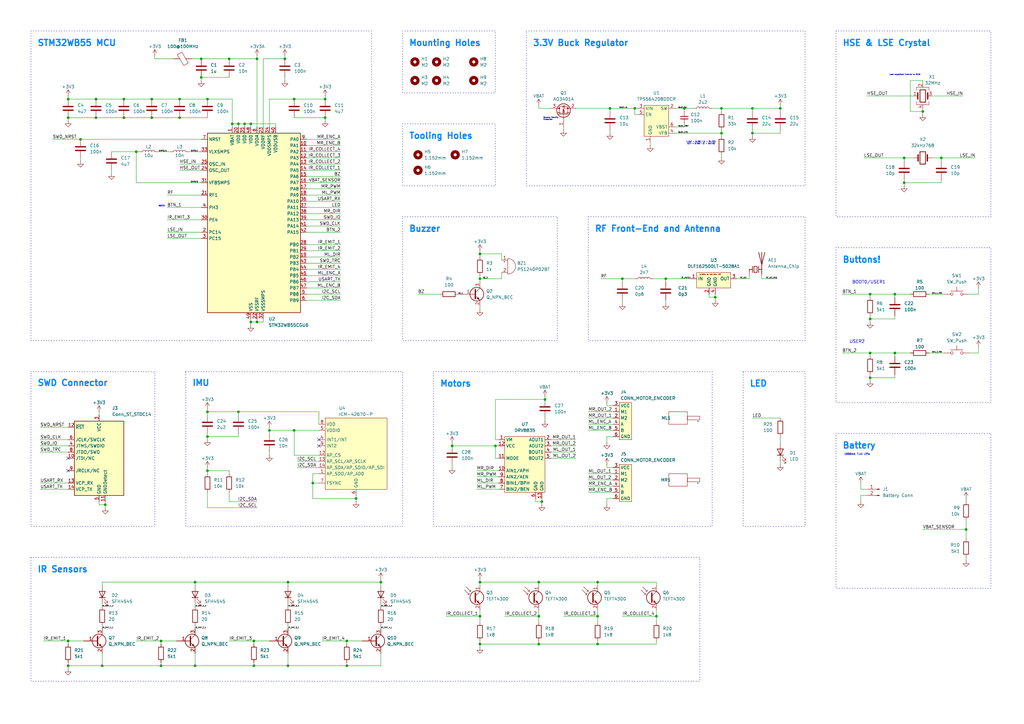
<source format=kicad_sch>
(kicad_sch (version 20231120) (generator "eeschema") (generator_version "8.0")
  (paper "A3")
  (title_block (title "MicroMouse") (rev "2"))
  (junction (at 367.03 144.78))
  (junction (at 128.27 198.12))
  (junction (at 85.09 193.04))
  (junction (at 396.24 217.17))
  (junction (at 295.91 44.45))
  (junction (at 222.25 205.74))
  (junction (at 110.49 176.53))
  (junction (at 39.37 40.64))
  (junction (at 356.87 144.78))
  (junction (at 223.52 163.83))
  (junction (at 120.65 176.53))
  (junction (at 85.09 168.91))
  (junction (at 245.11 252.73))
  (junction (at 185.42 182.88))
  (junction (at 308.61 44.45))
  (junction (at 196.85 264.16))
  (junction (at 142.24 262.89))
  (junction (at 85.09 40.64))
  (junction (at 320.04 44.45))
  (junction (at 280.67 44.45))
  (junction (at 260.35 44.45))
  (junction (at 142.24 273.05))
  (junction (at 33.02 57.15))
  (junction (at 39.37 48.26))
  (junction (at 80.01 238.76))
  (junction (at 370.84 64.77))
  (junction (at 156.21 238.76))
  (junction (at 250.19 44.45))
  (junction (at 196.85 238.76))
  (junction (at 245.11 264.16))
  (junction (at 27.94 48.26))
  (junction (at 27.94 262.89))
  (junction (at 196.85 114.3))
  (junction (at 62.23 40.64))
  (junction (at 133.35 40.64))
  (junction (at 73.66 40.64))
  (junction (at 66.04 262.89))
  (junction (at 105.41 24.13))
  (junction (at 43.18 207.01))
  (junction (at 269.24 252.73))
  (junction (at 82.55 24.13))
  (junction (at 370.84 74.93))
  (junction (at 104.14 262.89))
  (junction (at 85.09 179.07))
  (junction (at 220.98 264.16))
  (junction (at 104.14 273.05))
  (junction (at 356.87 154.94))
  (junction (at 146.05 204.47))
  (junction (at 356.87 120.65))
  (junction (at 203.2 182.88))
  (junction (at 95.25 50.8))
  (junction (at 196.85 252.73))
  (junction (at 220.98 238.76))
  (junction (at 27.94 40.64))
  (junction (at 386.08 64.77))
  (junction (at 293.37 121.92))
  (junction (at 97.79 168.91))
  (junction (at 82.55 31.75))
  (junction (at 97.79 50.8))
  (junction (at 80.01 273.05))
  (junction (at 66.04 273.05))
  (junction (at 220.98 252.73))
  (junction (at 27.94 273.05))
  (junction (at 308.61 54.61))
  (junction (at 118.11 238.76))
  (junction (at 120.65 40.64))
  (junction (at 273.05 114.3))
  (junction (at 116.84 24.13))
  (junction (at 245.11 238.76))
  (junction (at 50.8 40.64))
  (junction (at 41.91 273.05))
  (junction (at 133.35 48.26))
  (junction (at 255.27 114.3))
  (junction (at 102.87 50.8))
  (junction (at 118.11 273.05))
  (junction (at 102.87 132.08))
  (junction (at 367.03 120.65))
  (junction (at 356.87 130.81))
  (junction (at 62.23 48.26))
  (junction (at 50.8 48.26))
  (junction (at 93.98 24.13))
  (junction (at 73.66 48.26))
  (junction (at 55.88 62.23))
  (junction (at 100.33 50.8))
  (junction (at 105.41 132.08))
  (junction (at 378.46 45.72))
  (junction (at 295.91 54.61))
  (junction (at 196.85 104.14))
  (no_connect (at 130.81 180.34))
  (no_connect (at 130.81 182.88))
  (no_connect (at 27.94 193.04))
  (no_connect (at 27.94 187.96))
  (wire (pts (xy 241.3 173.99) (xy 251.46 173.99)))
  (wire (pts (xy 378.46 45.72) (xy 373.38 45.72)))
  (wire (pts (xy 40.64 207.01) (xy 43.18 207.01)))
  (wire (pts (xy 33.02 66.04) (xy 33.02 64.77)))
  (wire (pts (xy 367.03 129.54) (xy 367.03 130.81)))
  (wire (pts (xy 204.47 182.88) (xy 203.2 182.88)))
  (wire (pts (xy 260.35 114.3) (xy 255.27 114.3)))
  (wire (pts (xy 266.7 59.69) (xy 266.7 58.42)))
  (wire (pts (xy 185.42 191.77) (xy 185.42 190.5)))
  (wire (pts (xy 367.03 153.67) (xy 367.03 154.94)))
  (wire (pts (xy 396.24 228.6) (xy 396.24 229.87)))
  (wire (pts (xy 370.84 64.77) (xy 374.65 64.77)))
  (wire (pts (xy 269.24 262.89) (xy 269.24 264.16)))
  (wire (pts (xy 40.64 168.91) (xy 40.64 170.18)))
  (wire (pts (xy 245.11 238.76) (xy 245.11 240.03)))
  (wire (pts (xy 78.74 24.13) (xy 82.55 24.13)))
  (wire (pts (xy 220.98 264.16) (xy 245.11 264.16)))
  (wire (pts (xy 356.87 120.65) (xy 367.03 120.65)))
  (wire (pts (xy 196.85 250.19) (xy 196.85 252.73)))
  (wire (pts (xy 142.24 273.05) (xy 156.21 273.05)))
  (wire (pts (xy 104.14 273.05) (xy 118.11 273.05)))
  (wire (pts (xy 255.27 124.46) (xy 255.27 123.19)))
  (wire (pts (xy 132.08 262.89) (xy 142.24 262.89)))
  (wire (pts (xy 220.98 252.73) (xy 220.98 255.27)))
  (wire (pts (xy 320.04 181.61) (xy 320.04 179.07)))
  (wire (pts (xy 118.11 267.97) (xy 118.11 273.05)))
  (wire (pts (xy 196.85 115.57) (xy 196.85 114.3)))
  (wire (pts (xy 97.79 179.07) (xy 85.09 179.07)))
  (wire (pts (xy 16.51 185.42) (xy 27.94 185.42)))
  (wire (pts (xy 396.24 217.17) (xy 396.24 220.98)))
  (wire (pts (xy 80.01 238.76) (xy 118.11 238.76)))
  (wire (pts (xy 245.11 264.16) (xy 269.24 264.16)))
  (wire (pts (xy 41.91 248.92) (xy 41.91 247.65)))
  (wire (pts (xy 245.11 252.73) (xy 231.14 252.73)))
  (wire (pts (xy 196.85 238.76) (xy 196.85 240.03)))
  (wire (pts (xy 82.55 31.75) (xy 93.98 31.75)))
  (wire (pts (xy 125.73 107.95) (xy 139.7 107.95)))
  (wire (pts (xy 63.5 22.86) (xy 63.5 24.13)))
  (wire (pts (xy 269.24 250.19) (xy 269.24 252.73)))
  (wire (pts (xy 269.24 238.76) (xy 269.24 240.03)))
  (wire (pts (xy 156.21 267.97) (xy 156.21 273.05)))
  (wire (pts (xy 241.3 199.39) (xy 251.46 199.39)))
  (wire (pts (xy 125.73 120.65) (xy 139.7 120.65)))
  (wire (pts (xy 43.18 207.01) (xy 43.18 205.74)))
  (wire (pts (xy 100.33 50.8) (xy 100.33 52.07)))
  (wire (pts (xy 273.05 114.3) (xy 283.21 114.3)))
  (wire (pts (xy 203.2 163.83) (xy 203.2 180.34)))
  (wire (pts (xy 195.58 193.04) (xy 204.47 193.04)))
  (wire (pts (xy 139.7 82.55) (xy 125.73 82.55)))
  (wire (pts (xy 41.91 256.54) (xy 41.91 257.81)))
  (wire (pts (xy 27.94 48.26) (xy 39.37 48.26)))
  (wire (pts (xy 97.79 50.8) (xy 97.79 52.07)))
  (wire (pts (xy 267.97 114.3) (xy 273.05 114.3)))
  (wire (pts (xy 142.24 273.05) (xy 142.24 271.78)))
  (wire (pts (xy 226.06 185.42) (xy 236.22 185.42)))
  (wire (pts (xy 260.35 44.45) (xy 261.62 44.45)))
  (wire (pts (xy 55.88 62.23) (xy 57.15 62.23)))
  (wire (pts (xy 354.33 64.77) (xy 370.84 64.77)))
  (wire (pts (xy 245.11 238.76) (xy 269.24 238.76)))
  (wire (pts (xy 295.91 53.34) (xy 295.91 54.61)))
  (wire (pts (xy 204.47 187.96) (xy 203.2 187.96)))
  (wire (pts (xy 353.06 198.12) (xy 353.06 200.66)))
  (wire (pts (xy 16.51 175.26) (xy 27.94 175.26)))
  (wire (pts (xy 269.24 252.73) (xy 269.24 255.27)))
  (wire (pts (xy 320.04 44.45) (xy 320.04 43.18)))
  (wire (pts (xy 248.92 191.77) (xy 251.46 191.77)))
  (wire (pts (xy 120.65 40.64) (xy 133.35 40.64)))
  (wire (pts (xy 95.25 50.8) (xy 95.25 52.07)))
  (wire (pts (xy 146.05 205.74) (xy 146.05 204.47)))
  (wire (pts (xy 248.92 204.47) (xy 251.46 204.47)))
  (wire (pts (xy 220.98 44.45) (xy 226.06 44.45)))
  (wire (pts (xy 353.06 200.66) (xy 355.6 200.66)))
  (wire (pts (xy 93.98 24.13) (xy 105.41 24.13)))
  (wire (pts (xy 41.91 267.97) (xy 41.91 273.05)))
  (wire (pts (xy 356.87 154.94) (xy 356.87 153.67)))
  (wire (pts (xy 250.19 44.45) (xy 250.19 45.72)))
  (wire (pts (xy 156.21 248.92) (xy 156.21 247.65)))
  (wire (pts (xy 133.35 39.37) (xy 133.35 40.64)))
  (wire (pts (xy 280.67 45.72) (xy 280.67 44.45)))
  (wire (pts (xy 355.6 39.37) (xy 374.65 39.37)))
  (wire (pts (xy 125.73 67.31) (xy 139.7 67.31)))
  (wire (pts (xy 97.79 168.91) (xy 97.79 170.18)))
  (wire (pts (xy 21.59 57.15) (xy 33.02 57.15)))
  (wire (pts (xy 320.04 44.45) (xy 320.04 45.72)))
  (wire (pts (xy 27.94 200.66) (xy 16.51 200.66)))
  (wire (pts (xy 104.14 262.89) (xy 110.49 262.89)))
  (wire (pts (xy 367.03 130.81) (xy 356.87 130.81)))
  (wire (pts (xy 196.85 252.73) (xy 182.88 252.73)))
  (wire (pts (xy 187.96 120.65) (xy 189.23 120.65)))
  (wire (pts (xy 345.44 120.65) (xy 356.87 120.65)))
  (wire (pts (xy 223.52 172.72) (xy 223.52 171.45)))
  (wire (pts (xy 220.98 262.89) (xy 220.98 264.16)))
  (wire (pts (xy 307.34 114.3) (xy 302.26 114.3)))
  (wire (pts (xy 196.85 238.76) (xy 220.98 238.76)))
  (wire (pts (xy 125.73 62.23) (xy 139.7 62.23)))
  (wire (pts (xy 251.46 196.85) (xy 241.3 196.85)))
  (wire (pts (xy 293.37 123.19) (xy 293.37 121.92)))
  (wire (pts (xy 80.01 238.76) (xy 80.01 240.03)))
  (wire (pts (xy 66.04 262.89) (xy 72.39 262.89)))
  (wire (pts (xy 276.86 54.61) (xy 295.91 54.61)))
  (wire (pts (xy 245.11 250.19) (xy 245.11 252.73)))
  (wire (pts (xy 220.98 252.73) (xy 207.01 252.73)))
  (wire (pts (xy 378.46 46.99) (xy 378.46 45.72)))
  (wire (pts (xy 220.98 43.18) (xy 220.98 44.45)))
  (wire (pts (xy 146.05 204.47) (xy 146.05 203.2)))
  (wire (pts (xy 203.2 180.34) (xy 204.47 180.34)))
  (wire (pts (xy 66.04 264.16) (xy 66.04 262.89)))
  (wire (pts (xy 382.27 64.77) (xy 386.08 64.77)))
  (wire (pts (xy 248.92 181.61) (xy 248.92 179.07)))
  (wire (pts (xy 248.92 179.07) (xy 251.46 179.07)))
  (wire (pts (xy 307.34 113.03) (xy 307.34 114.3)))
  (wire (pts (xy 105.41 205.74) (xy 93.98 205.74)))
  (wire (pts (xy 130.81 168.91) (xy 130.81 173.99)))
  (wire (pts (xy 356.87 144.78) (xy 367.03 144.78)))
  (wire (pts (xy 139.7 110.49) (xy 125.73 110.49)))
  (wire (pts (xy 82.55 97.79) (xy 68.58 97.79)))
  (wire (pts (xy 241.3 168.91) (xy 251.46 168.91)))
  (wire (pts (xy 196.85 262.89) (xy 196.85 264.16)))
  (wire (pts (xy 85.09 167.64) (xy 85.09 168.91)))
  (wire (pts (xy 68.58 85.09) (xy 82.55 85.09)))
  (wire (pts (xy 125.73 105.41) (xy 139.7 105.41)))
  (wire (pts (xy 236.22 180.34) (xy 226.06 180.34)))
  (wire (pts (xy 280.67 44.45) (xy 284.48 44.45)))
  (wire (pts (xy 66.04 273.05) (xy 66.04 271.78)))
  (wire (pts (xy 295.91 44.45) (xy 295.91 45.72)))
  (wire (pts (xy 205.74 106.68) (xy 205.74 104.14)))
  (wire (pts (xy 146.05 204.47) (xy 128.27 204.47)))
  (wire (pts (xy 130.81 191.77) (xy 121.92 191.77)))
  (wire (pts (xy 205.74 114.3) (xy 205.74 111.76)))
  (wire (pts (xy 381 120.65) (xy 387.35 120.65)))
  (wire (pts (xy 223.52 162.56) (xy 223.52 163.83)))
  (wire (pts (xy 80.01 273.05) (xy 104.14 273.05)))
  (wire (pts (xy 102.87 50.8) (xy 100.33 50.8)))
  (wire (pts (xy 156.21 256.54) (xy 156.21 257.81)))
  (wire (pts (xy 130.81 189.23) (xy 121.92 189.23)))
  (wire (pts (xy 308.61 171.45) (xy 320.04 171.45)))
  (wire (pts (xy 139.7 113.03) (xy 125.73 113.03)))
  (wire (pts (xy 222.25 207.01) (xy 222.25 205.74)))
  (wire (pts (xy 219.71 205.74) (xy 219.71 204.47)))
  (wire (pts (xy 280.67 50.8) (xy 280.67 52.07)))
  (wire (pts (xy 378.46 217.17) (xy 396.24 217.17)))
  (wire (pts (xy 370.84 66.04) (xy 370.84 64.77)))
  (wire (pts (xy 118.11 238.76) (xy 118.11 240.03)))
  (wire (pts (xy 245.11 262.89) (xy 245.11 264.16)))
  (wire (pts (xy 85.09 193.04) (xy 85.09 194.31)))
  (wire (pts (xy 125.73 85.09) (xy 139.7 85.09)))
  (wire (pts (xy 55.88 74.93) (xy 82.55 74.93)))
  (wire (pts (xy 139.7 72.39) (xy 125.73 72.39)))
  (wire (pts (xy 381 144.78) (xy 387.35 144.78)))
  (wire (pts (xy 27.94 39.37) (xy 27.94 40.64)))
  (wire (pts (xy 43.18 208.28) (xy 43.18 207.01)))
  (wire (pts (xy 273.05 114.3) (xy 273.05 115.57)))
  (wire (pts (xy 196.85 264.16) (xy 220.98 264.16)))
  (wire (pts (xy 130.81 186.69) (xy 120.65 186.69)))
  (wire (pts (xy 85.09 168.91) (xy 97.79 168.91)))
  (wire (pts (xy 125.73 74.93) (xy 139.7 74.93)))
  (wire (pts (xy 77.47 62.23) (xy 82.55 62.23)))
  (wire (pts (xy 85.09 180.34) (xy 85.09 179.07)))
  (wire (pts (xy 276.86 52.07) (xy 280.67 52.07)))
  (wire (pts (xy 97.79 168.91) (xy 130.81 168.91)))
  (wire (pts (xy 260.35 46.99) (xy 261.62 46.99)))
  (wire (pts (xy 171.45 120.65) (xy 180.34 120.65)))
  (wire (pts (xy 222.25 204.47) (xy 222.25 205.74)))
  (wire (pts (xy 378.46 45.72) (xy 378.46 44.45)))
  (wire (pts (xy 255.27 114.3) (xy 255.27 115.57)))
  (wire (pts (xy 231.14 53.34) (xy 231.14 52.07)))
  (wire (pts (xy 116.84 22.86) (xy 116.84 24.13)))
  (wire (pts (xy 276.86 44.45) (xy 280.67 44.45)))
  (wire (pts (xy 222.25 205.74) (xy 219.71 205.74)))
  (wire (pts (xy 356.87 156.21) (xy 356.87 154.94)))
  (wire (pts (xy 100.33 50.8) (xy 97.79 50.8)))
  (wire (pts (xy 308.61 54.61) (xy 320.04 54.61)))
  (wire (pts (xy 68.58 95.25) (xy 82.55 95.25)))
  (wire (pts (xy 128.27 198.12) (xy 128.27 204.47)))
  (wire (pts (xy 110.49 176.53) (xy 110.49 177.8)))
  (wire (pts (xy 386.08 64.77) (xy 400.05 64.77)))
  (wire (pts (xy 110.49 175.26) (xy 110.49 176.53)))
  (wire (pts (xy 105.41 22.86) (xy 105.41 24.13)))
  (wire (pts (xy 107.95 130.81) (xy 107.95 132.08)))
  (wire (pts (xy 205.74 104.14) (xy 196.85 104.14)))
  (wire (pts (xy 251.46 201.93) (xy 241.3 201.93)))
  (wire (pts (xy 85.09 177.8) (xy 85.09 179.07)))
  (wire (pts (xy 250.19 44.45) (xy 260.35 44.45)))
  (wire (pts (xy 50.8 48.26) (xy 62.23 48.26)))
  (wire (pts (xy 378.46 33.02) (xy 378.46 34.29)))
  (wire (pts (xy 269.24 252.73) (xy 255.27 252.73)))
  (wire (pts (xy 118.11 273.05) (xy 142.24 273.05)))
  (wire (pts (xy 107.95 132.08) (xy 105.41 132.08)))
  (wire (pts (xy 125.73 57.15) (xy 139.7 57.15)))
  (wire (pts (xy 356.87 146.05) (xy 356.87 144.78)))
  (wire (pts (xy 39.37 40.64) (xy 50.8 40.64)))
  (wire (pts (xy 50.8 40.64) (xy 62.23 40.64)))
  (wire (pts (xy 125.73 64.77) (xy 139.7 64.77)))
  (wire (pts (xy 273.05 124.46) (xy 273.05 123.19)))
  (wire (pts (xy 292.1 44.45) (xy 295.91 44.45)))
  (wire (pts (xy 312.42 114.3) (xy 318.77 114.3)))
  (wire (pts (xy 93.98 194.31) (xy 93.98 193.04)))
  (wire (pts (xy 113.03 52.07) (xy 113.03 50.8)))
  (wire (pts (xy 27.94 274.32) (xy 27.94 273.05)))
  (wire (pts (xy 55.88 62.23) (xy 55.88 74.93)))
  (wire (pts (xy 295.91 64.77) (xy 295.91 63.5)))
  (wire (pts (xy 386.08 74.93) (xy 386.08 73.66)))
  (wire (pts (xy 251.46 171.45) (xy 241.3 171.45)))
  (wire (pts (xy 110.49 40.64) (xy 110.49 52.07)))
  (wire (pts (xy 97.79 177.8) (xy 97.79 179.07)))
  (wire (pts (xy 85.09 40.64) (xy 95.25 40.64)))
  (wire (pts (xy 17.78 262.89) (xy 27.94 262.89)))
  (wire (pts (xy 120.65 176.53) (xy 130.81 176.53)))
  (wire (pts (xy 370.84 74.93) (xy 370.84 76.2)))
  (wire (pts (xy 16.51 180.34) (xy 27.94 180.34)))
  (wire (pts (xy 62.23 48.26) (xy 73.66 48.26)))
  (wire (pts (xy 367.03 144.78) (xy 367.03 146.05)))
  (wire (pts (xy 128.27 194.31) (xy 128.27 198.12)))
  (wire (pts (xy 45.72 71.12) (xy 45.72 69.85)))
  (wire (pts (xy 370.84 74.93) (xy 386.08 74.93)))
  (wire (pts (xy 345.44 144.78) (xy 356.87 144.78)))
  (wire (pts (xy 142.24 264.16) (xy 142.24 262.89)))
  (wire (pts (xy 308.61 44.45) (xy 295.91 44.45)))
  (wire (pts (xy 125.73 118.11) (xy 139.7 118.11)))
  (wire (pts (xy 125.73 77.47) (xy 139.7 77.47)))
  (wire (pts (xy 73.66 67.31) (xy 82.55 67.31)))
  (wire (pts (xy 82.55 69.85) (xy 73.66 69.85)))
  (wire (pts (xy 248.92 207.01) (xy 248.92 204.47)))
  (wire (pts (xy 226.06 182.88) (xy 236.22 182.88)))
  (wire (pts (xy 85.09 191.77) (xy 85.09 193.04)))
  (wire (pts (xy 116.84 33.02) (xy 116.84 31.75)))
  (wire (pts (xy 312.42 113.03) (xy 312.42 114.3)))
  (wire (pts (xy 66.04 273.05) (xy 80.01 273.05)))
  (wire (pts (xy 102.87 130.81) (xy 102.87 132.08)))
  (wire (pts (xy 93.98 205.74) (xy 93.98 201.93)))
  (wire (pts (xy 27.94 273.05) (xy 27.94 271.78)))
  (wire (pts (xy 105.41 208.28) (xy 85.09 208.28)))
  (wire (pts (xy 62.23 40.64) (xy 73.66 40.64)))
  (wire (pts (xy 290.83 120.65) (xy 290.83 121.92)))
  (wire (pts (xy 260.35 44.45) (xy 260.35 46.99)))
  (wire (pts (xy 196.85 264.16) (xy 196.85 265.43)))
  (wire (pts (xy 401.32 142.24) (xy 401.32 144.78)))
  (wire (pts (xy 290.83 121.92) (xy 293.37 121.92)))
  (wire (pts (xy 125.73 90.17) (xy 139.7 90.17)))
  (wire (pts (xy 39.37 48.26) (xy 50.8 48.26)))
  (wire (pts (xy 27.94 262.89) (xy 34.29 262.89)))
  (wire (pts (xy 401.32 120.65) (xy 397.51 120.65)))
  (wire (pts (xy 125.73 69.85) (xy 139.7 69.85)))
  (wire (pts (xy 367.03 120.65) (xy 367.03 121.92)))
  (wire (pts (xy 196.85 114.3) (xy 205.74 114.3)))
  (wire (pts (xy 293.37 121.92) (xy 293.37 120.65)))
  (wire (pts (xy 248.92 190.5) (xy 248.92 191.77)))
  (wire (pts (xy 27.94 182.88) (xy 16.51 182.88)))
  (wire (pts (xy 82.55 31.75) (xy 82.55 33.02)))
  (wire (pts (xy 120.65 186.69) (xy 120.65 176.53)))
  (wire (pts (xy 133.35 48.26) (xy 133.35 49.53)))
  (wire (pts (xy 45.72 62.23) (xy 55.88 62.23)))
  (wire (pts (xy 204.47 200.66) (xy 195.58 200.66)))
  (wire (pts (xy 107.95 52.07) (xy 107.95 24.13)))
  (wire (pts (xy 373.38 120.65) (xy 367.03 120.65)))
  (wire (pts (xy 55.88 262.89) (xy 66.04 262.89)))
  (wire (pts (xy 130.81 194.31) (xy 128.27 194.31)))
  (wire (pts (xy 64.77 62.23) (xy 69.85 62.23)))
  (wire (pts (xy 93.98 262.89) (xy 104.14 262.89)))
  (wire (pts (xy 246.38 114.3) (xy 255.27 114.3)))
  (wire (pts (xy 105.41 52.07) (xy 105.41 24.13)))
  (wire (pts (xy 27.94 40.64) (xy 39.37 40.64)))
  (wire (pts (xy 401.32 144.78) (xy 397.51 144.78)))
  (wire (pts (xy 125.73 115.57) (xy 139.7 115.57)))
  (wire (pts (xy 68.58 80.01) (xy 82.55 80.01)))
  (wire (pts (xy 104.14 273.05) (xy 104.14 271.78)))
  (wire (pts (xy 68.58 90.17) (xy 82.55 90.17)))
  (wire (pts (xy 41.91 273.05) (xy 66.04 273.05)))
  (wire (pts (xy 102.87 132.08) (xy 102.87 133.35)))
  (wire (pts (xy 120.65 48.26) (xy 133.35 48.26)))
  (wire (pts (xy 373.38 144.78) (xy 367.03 144.78)))
  (wire (pts (xy 95.25 40.64) (xy 95.25 50.8)))
  (wire (pts (xy 125.73 92.71) (xy 139.7 92.71)))
  (wire (pts (xy 370.84 73.66) (xy 370.84 74.93)))
  (wire (pts (xy 356.87 132.08) (xy 356.87 130.81)))
  (wire (pts (xy 85.09 168.91) (xy 85.09 170.18)))
  (wire (pts (xy 308.61 54.61) (xy 308.61 53.34)))
  (wire (pts (xy 195.58 195.58) (xy 204.47 195.58)))
  (wire (pts (xy 104.14 264.16) (xy 104.14 262.89)))
  (wire (pts (xy 27.94 273.05) (xy 41.91 273.05)))
  (wire (pts (xy 120.65 40.64) (xy 110.49 40.64)))
  (wire (pts (xy 27.94 49.53) (xy 27.94 48.26)))
  (wire (pts (xy 185.42 181.61) (xy 185.42 182.88)))
  (wire (pts (xy 196.85 252.73) (xy 196.85 255.27)))
  (wire (pts (xy 220.98 238.76) (xy 245.11 238.76)))
  (wire (pts (xy 320.04 190.5) (xy 320.04 189.23)))
  (wire (pts (xy 80.01 267.97) (xy 80.01 273.05)))
  (wire (pts (xy 353.06 203.2) (xy 355.6 203.2)))
  (wire (pts (xy 33.02 57.15) (xy 82.55 57.15)))
  (wire (pts (xy 73.66 40.64) (xy 85.09 40.64)))
  (wire (pts (xy 236.22 187.96) (xy 226.06 187.96)))
  (wire (pts (xy 373.38 45.72) (xy 373.38 33.02)))
  (wire (pts (xy 241.3 194.31) (xy 251.46 194.31)))
  (wire (pts (xy 196.85 114.3) (xy 196.85 113.03)))
  (wire (pts (xy 356.87 121.92) (xy 356.87 120.65)))
  (wire (pts (xy 139.7 87.63) (xy 125.73 87.63)))
  (wire (pts (xy 308.61 55.88) (xy 308.61 54.61)))
  (wire (pts (xy 248.92 166.37) (xy 251.46 166.37)))
  (wire (pts (xy 220.98 238.76) (xy 220.98 240.03)))
  (wire (pts (xy 118.11 248.92) (xy 118.11 247.65)))
  (wire (pts (xy 320.04 54.61) (xy 320.04 53.34)))
  (wire (pts (xy 107.95 24.13) (xy 116.84 24.13)))
  (wire (pts (xy 373.38 33.02) (xy 378.46 33.02)))
  (wire (pts (xy 196.85 104.14) (xy 196.85 105.41)))
  (wire (pts (xy 203.2 182.88) (xy 185.42 182.88)))
  (wire (pts (xy 248.92 165.1) (xy 248.92 166.37)))
  (wire (pts (xy 105.41 132.08) (xy 105.41 130.81)))
  (wire (pts (xy 130.81 198.12) (xy 128.27 198.12)))
  (wire (pts (xy 139.7 95.25) (xy 125.73 95.25)))
  (wire (pts (xy 97.79 50.8) (xy 95.25 50.8)))
  (wire (pts (xy 118.11 256.54) (xy 118.11 257.81)))
  (wire (pts (xy 196.85 237.49) (xy 196.85 238.76)))
  (wire (pts (xy 40.64 205.74) (xy 40.64 207.01)))
  (wire (pts (xy 85.09 208.28) (xy 85.09 201.93)))
  (wire (pts (xy 142.24 262.89) (xy 148.59 262.89)))
  (wire (pts (xy 41.91 238.76) (xy 80.01 238.76)))
  (wire (pts (xy 236.22 44.45) (xy 250.19 44.45)))
  (wire (pts (xy 367.03 154.94) (xy 356.87 154.94)))
  (wire (pts (xy 295.91 54.61) (xy 295.91 55.88)))
  (wire (pts (xy 401.32 118.11) (xy 401.32 120.65)))
  (wire (pts (xy 220.98 250.19) (xy 220.98 252.73)))
  (wire (pts (xy 251.46 176.53) (xy 241.3 176.53)))
  (wire (pts (xy 118.11 238.76) (xy 156.21 238.76)))
  (wire (pts (xy 102.87 132.08) (xy 105.41 132.08)))
  (wire (pts (xy 63.5 24.13) (xy 71.12 24.13)))
  (wire (pts (xy 356.87 130.81) (xy 356.87 129.54)))
  (wire (pts (xy 203.2 187.96) (xy 203.2 182.88)))
  (wire (pts (xy 125.73 102.87) (xy 139.7 102.87)))
  (wire (pts (xy 223.52 163.83) (xy 203.2 163.83)))
  (wire (pts (xy 110.49 176.53) (xy 120.65 176.53)))
  (wire (pts (xy 386.08 64.77) (xy 386.08 66.04)))
  (wire (pts (xy 308.61 45.72) (xy 308.61 44.45)))
  (wire (pts (xy 382.27 39.37) (xy 394.97 39.37)))
  (wire (pts (xy 308.61 44.45) (xy 320.04 44.45)))
  (wire (pts (xy 16.51 198.12) (xy 27.94 198.12)))
  (wire (pts (xy 396.24 204.47) (xy 396.24 205.74)))
  (wire (pts (xy 195.58 198.12) (xy 204.47 198.12)))
  (wire (pts (xy 80.01 256.54) (xy 80.01 257.81)))
  (wire (pts (xy 27.94 264.16) (xy 27.94 262.89)))
  (wire (pts (xy 41.91 238.76) (xy 41.91 240.03)))
  (wire (pts (xy 110.49 186.69) (xy 110.49 185.42)))
  (wire (pts (xy 80.01 248.92) (xy 80.01 247.65)))
  (wire (pts (xy 102.87 50.8) (xy 102.87 52.07)))
  (wire (pts (xy 93.98 193.04) (xy 85.09 193.04)))
  (wire (pts (xy 353.06 205.74) (xy 353.06 203.2)))
  (wire (pts (xy 156.21 237.49) (xy 156.21 238.76)))
  (wire (pts (xy 250.19 54.61) (xy 250.19 53.34)))
  (wire (pts (xy 196.85 127) (xy 196.85 125.73)))
  (wire (pts (xy 82.55 24.13) (xy 93.98 24.13)))
  (wire (pts (xy 73.66 48.26) (xy 85.09 48.26)))
  (wire (pts (xy 396.24 213.36) (xy 396.24 217.17)))
  (wire (pts (xy 125.73 80.01) (xy 139.7 80.01)))
  (wire (pts (xy 196.85 104.14) (xy 196.85 102.87)))
  (wire (pts (xy 125.73 100.33) (xy 139.7 100.33)))
  (wire (pts (xy 125.73 59.69) (xy 139.7 59.69)))
  (wire (pts (xy 139.7 123.19) (xy 125.73 123.19)))
  (wire (pts (xy 245.11 252.73) (xy 245.11 255.27)))
  (wire (pts (xy 156.21 238.76) (xy 156.21 240.03)))
  (wire (pts (xy 113.03 50.8) (xy 102.87 50.8)))
  (rectangle (start 342.9 101.6) (end 406.4 165.1) (stroke (width 0.25) (type dot)))
  (rectangle (start 165.1 50.8) (end 203.2 76.2) (stroke (width 0.25) (type dot)))
  (rectangle (start 342.9 12.7) (end 406.4 88.9) (stroke (width 0.25) (type dot)))
  (rectangle (start 76.2 152.4) (end 165.1 215.9) (stroke (width 0.25) (type dot)))
  (rectangle (start 241.3 88.9) (end 330.2 139.7) (stroke (width 0.25) (type dot)))
  (rectangle (start 165.1 12.7) (end 203.2 38.1) (stroke (width 0.25) (type dot)))
  (rectangle (start 12.7 12.7) (end 152.4 139.7) (stroke (width 0.25) (type dot)))
  (rectangle (start 342.9 177.8) (end 406.4 241.3) (stroke (width 0.25) (type dot)))
  (rectangle (start 165.1 88.9) (end 228.6 139.7) (stroke (width 0.25) (type dot)))
  (rectangle (start 177.8 152.4) (end 292.1 215.9) (stroke (width 0.25) (type dot)))
  (rectangle (start 12.7 228.6) (end 287.02 279.4) (stroke (width 0.25) (type dot)))
  (rectangle (start 215.9 12.7) (end 330.2 76.2) (stroke (width 0.25) (type dot)))
  (rectangle (start 304.8 152.4) (end 330.2 215.9) (stroke (width 0.25) (type dot)))
  (rectangle (start 12.7 152.4) (end 63.5 215.9) (stroke (width 0.25) (type dot)))
  (text "Buzzer" (at 167.64 93.98 0) (effects (font (size 2.5 2.5) (thickness 0.5) (bold yes)) (justify left)))
  (text "SWD Connector" (at 15.24 157.226 0) (effects (font (size 2.5 2.5) (thickness 0.5) (bold yes)) (justify left)))
  (text "BOOT0/USER1" (at 356.362 115.824 0) (effects (font (size 1.27 1.27))))
  (text "Tooling Holes" (at 167.64 55.88 0) (effects (font (size 2.5 2.5) (thickness 0.5) (bold yes)) (justify left)))
  (text "RF Front-End and Antenna" (at 243.84 93.98 0) (effects (font (size 2.5 2.5) (thickness 0.5) (bold yes)) (justify left)))
  (text "IR Sensors" (at 15.24 233.68 0) (effects (font (size 2.5 2.5) (thickness 0.5) (bold yes)) (justify left)))
  (text "Buttons!" (at 345.44 106.68 0) (effects (font (size 2.5 2.5) (thickness 0.5) (bold yes)) (justify left)))
  (text "Reverse Polarity\nProtection" (at 222.758 48.768 0) (effects (font (size 0.5 0.5)) (justify left)))
  (text "STM32WB55 MCU" (at 15.24 17.78 0) (effects (font (size 2.5 2.5) (thickness 0.5) (bold yes)) (justify left)))
  (text "LED" (at 307.34 157.48 0) (effects (font (size 2.5 2.5) (thickness 0.5) (bold yes)) (justify left)))
  (text "V_OUT = 0.760 * (1 + R1/R2)\n3.27 = 0.760 * (1 + 33/10)" (at 287.528 58.674 0) (effects (font (size 0.5 0.5))))
  (text "HSE & LSE Crystal" (at 345.44 17.78 0) (effects (font (size 2.5 2.5) (thickness 0.5) (bold yes)) (justify left)))
  (text "IMU" (at 78.74 157.226 0) (effects (font (size 2.5 2.5) (thickness 0.5) (bold yes)) (justify left)))
  (text "3.3V Buck Regulator" (at 218.44 17.78 0) (effects (font (size 2.5 2.5) (thickness 0.5) (bold yes)) (justify left)))
  (text "1000mA 7.4V LiPo" (at 346.202 186.436 0) (effects (font (size 0.75 0.75)) (justify left)))
  (text "Motors" (at 180.34 157.48 0) (effects (font (size 2.5 2.5) (thickness 0.5) (bold yes)) (justify left)))
  (text "Mounting Holes" (at 167.64 17.78 0) (effects (font (size 2.5 2.5) (thickness 0.5) (bold yes)) (justify left)))
  (text "Battery" (at 345.44 182.88 0) (effects (font (size 2.5 2.5) (thickness 0.5) (bold yes)) (justify left)))
  (text "USER2" (at 351.536 140.208 0) (effects (font (size 1.27 1.27))))
  (text "BOOT0" (at 66.294 84.582 0) (effects (font (size 0.5 0.5))))
  (text "Load capacitors internal to MCU!" (at 371.094 30.734 0) (effects (font (size 0.5 0.5))))
  (label "LSE_OUT" (at 354.33 64.77 0))
  (label "IR_COLLECT_2" (at 207.01 252.73 0))
  (label "IR_EMIT_1_2" (at 41.91 248.92 0) (effects (font (size 0.5 0.5))))
  (label "USART_TX" (at 16.51 200.66 0))
  (label "I2C_SDA" (at 139.7 123.19 180))
  (label "ML_DIR" (at 139.7 105.41 180))
  (label "ML_OUT_1" (at 236.22 185.42 180))
  (label "BUCK_VFB" (at 278.13 54.61 0) (effects (font (size 0.5 0.5))))
  (label "BTN_1" (at 345.44 120.65 0))
  (label "BZ" (at 171.45 120.65 0))
  (label "LSE_IN" (at 400.05 64.77 180))
  (label "RF" (at 68.58 80.01 0))
  (label "BTN_2" (at 345.44 144.78 0))
  (label "BUCK_IN" (at 254 44.45 0) (effects (font (size 0.5 0.5))))
  (label "MR_ENC_A" (at 139.7 57.15 180))
  (label "ML_PWM" (at 195.58 200.66 0))
  (label "SMPSLXL" (at 68.58 62.23 180) (effects (font (size 0.5 0.5))))
  (label "IR_EMIT_2" (at 55.88 262.89 0))
  (label "BTN_1_PRE" (at 382.27 120.65 0) (effects (font (size 0.5 0.5))))
  (label "MR_OUT_2" (at 236.22 182.88 180))
  (label "LSE_IN" (at 68.58 95.25 0))
  (label "BZ" (at 139.7 72.39 180))
  (label "I2C_SDA" (at 121.92 191.77 0))
  (label "SWD_CLK" (at 16.51 180.34 0))
  (label "RF_ANT" (at 303.53 114.3 0) (effects (font (size 0.5 0.5))))
  (label "MR_DIR" (at 139.7 87.63 180))
  (label "IR_EMIT_1" (at 17.78 262.89 0))
  (label "VBAT_SENSOR" (at 378.46 217.17 0))
  (label "MR_ENC_A" (at 241.3 199.39 0))
  (label "USART_TX" (at 139.7 115.57 180))
  (label "IR_EMIT_1_1" (at 41.91 257.81 0) (effects (font (size 0.5 0.5))))
  (label "ML_ENC_A" (at 241.3 173.99 0))
  (label "IR_EMIT_2_1" (at 80.01 257.81 0) (effects (font (size 0.5 0.5))))
  (label "IR_EMIT_4" (at 139.7 110.49 180))
  (label "SMPSLX" (at 81.28 62.23 180) (effects (font (size 0.5 0.5))))
  (label "MR_ENC_B" (at 139.7 59.69 180))
  (label "MR_OUT_2" (at 241.3 168.91 0))
  (label "I2C_SCL" (at 139.7 120.65 180))
  (label "SWD_CLK" (at 139.7 92.71 180))
  (label "SWD_TRC" (at 139.7 107.95 180))
  (label "HSE_OUT" (at 355.6 39.37 0))
  (label "IR_EMIT_4" (at 132.08 262.89 0))
  (label "HSE_IN" (at 394.97 39.37 180))
  (label "RF_ANT_PAD" (at 318.77 114.3 180) (effects (font (size 0.5 0.5))))
  (label "RF_MATCH" (at 279.4 114.3 0) (effects (font (size 0.5 0.5))))
  (label "IR_EMIT_3" (at 93.98 262.89 0))
  (label "MR_DIR" (at 195.58 193.04 0))
  (label "USART_RX" (at 139.7 82.55 180))
  (label "IR_COLLECT_4" (at 255.27 252.73 0))
  (label "BZ_1" (at 187.96 120.65 0) (effects (font (size 0.5 0.5))))
  (label "IR_EMIT_2_2" (at 80.01 248.92 0) (effects (font (size 0.5 0.5))))
  (label "MR_PWM" (at 195.58 195.58 0))
  (label "USART_RX" (at 16.51 198.12 0))
  (label "IR_EMIT_2" (at 139.7 102.87 180))
  (label "IR_EMIT_3_2" (at 118.11 248.92 0) (effects (font (size 0.5 0.5))))
  (label "ML_OUT_2" (at 236.22 187.96 180))
  (label "IR_COLLECT_3" (at 139.7 64.77 180))
  (label "BZ_2" (at 198.12 114.3 0) (effects (font (size 0.5 0.5))))
  (label "IR_COLLECT_4" (at 139.7 62.23 180))
  (label "IR_EMIT_3_1" (at 118.11 257.81 0) (effects (font (size 0.5 0.5))))
  (label "SWD_IO" (at 16.51 182.88 0))
  (label "HSE_IN" (at 73.66 67.31 0))
  (label "MR_PWM" (at 139.7 77.47 180))
  (label "SWD_NRST" (at 16.51 175.26 0))
  (label "ML_ENC_B" (at 241.3 176.53 0))
  (label "LED" (at 139.7 85.09 180))
  (label "BTN_1" (at 68.58 85.09 0))
  (label "IR_EMIT_1" (at 139.7 100.33 180))
  (label "SMPSFB" (at 81.28 74.93 180) (effects (font (size 0.5 0.5))))
  (label "SWD_IO" (at 139.7 90.17 180))
  (label "I2C_SDA" (at 105.41 205.74 180))
  (label "ML_OUT_2" (at 241.3 196.85 0))
  (label "IR_COLLECT_1" (at 139.7 69.85 180))
  (label "MR_OUT_1" (at 241.3 171.45 0))
  (label "ML_OUT_1" (at 241.3 194.31 0))
  (label "BTN_2" (at 139.7 95.25 180))
  (label "I2C_SCL" (at 121.92 189.23 0))
  (label "IR_COLLECT_1" (at 182.88 252.73 0))
  (label "LED" (at 308.61 171.45 0))
  (label "VBAT_SENSOR" (at 139.7 74.93 180))
  (label "SWD_NRST" (at 21.59 57.15 0))
  (label "IR_EMIT_3" (at 68.58 90.17 0))
  (label "BTN_2_PRE" (at 382.27 144.78 0) (effects (font (size 0.5 0.5))))
  (label "HSE_OUT" (at 73.66 69.85 0))
  (label "IR_EMIT_4_1" (at 156.21 257.81 0) (effects (font (size 0.5 0.5))))
  (label "RF" (at 246.38 114.3 0))
  (label "MR_OUT_1" (at 236.22 180.34 180))
  (label "ML_PWM" (at 139.7 80.01 180))
  (label "BUCK_VBST" (at 278.13 52.07 0) (effects (font (size 0.5 0.5))))
  (label "IR_COLLECT_2" (at 139.7 67.31 180))
  (label "ML_DIR" (at 195.58 198.12 0))
  (label "IR_EMIT_4_2" (at 156.21 248.92 0) (effects (font (size 0.5 0.5))))
  (label "ML_ENC_A" (at 139.7 113.03 180))
  (label "I2C_SCL" (at 105.41 208.28 180))
  (label "MR_ENC_B" (at 241.3 201.93 0))
  (label "LSE_OUT" (at 68.58 97.79 0))
  (label "IR_COLLECT_3" (at 231.14 252.73 0))
  (label "BUCK_SW" (at 278.13 44.45 0) (effects (font (size 0.5 0.5))))
  (label "SWD_TRC" (at 16.51 185.42 0))
  (label "ML_ENC_B" (at 139.7 118.11 180))
  (symbol (lib_id "power:+3V3") (at 401.32 142.24 0) (unit 1)
    (property "Reference" "#PWR030" (effects (hide yes)))
    (property "Value" "+3V3" (at 401.32 138.43 0))
    (property "Description" "Power symbol creates a global label with name \"+3V3\"" (effects (hide yes)))
  )
  (symbol (lib_id "Device:L") (at 73.66 62.23 90) (unit 1)
    (property "Reference" "L3" (at 73.66 60.198 90))
    (property "Value" "10n" (at 73.66 63.754 90))
    (property "Footprint" "Inductor_SMD:L_0402_1005Metric" (effects (hide yes)))
    (property "Description" "Inductor" (effects (hide yes)))
    (property "LCSC Part" "C77103" (effects (hide yes)))
  )
  (symbol (lib_id "Device:R") (at 269.24 259.08 0) (unit 1)
    (property "Reference" "R20" (at 271.78 257.8099 0) (effects (justify left)))
    (property "Value" "1k8" (at 271.78 260.3499 0) (effects (justify left)))
    (property "Footprint" "Resistor_SMD:R_0603_1608Metric" (effects (hide yes)))
    (property "Description" "Resistor" (effects (hide yes)))
    (property "LCSC Part" "C4177" (effects (hide yes)))
  )
  (symbol (lib_id "power:GND") (at 27.94 274.32 0) (unit 1)
    (property "Reference" "#PWR061" (effects (hide yes)))
    (property "Value" "GND" (effects (hide yes)))
    (property "Description" "Power symbol creates a global label with name \"GND\" , ground" (effects (hide yes)))
  )
  (symbol (lib_id "Device:R") (at 156.21 252.73 0) (unit 1)
    (property "Reference" "R16" (at 158.75 251.4599 0) (effects (justify left)))
    (property "Value" "20" (at 158.75 253.9999 0) (effects (justify left)))
    (property "Footprint" "Resistor_SMD:R_1206_3216Metric" (effects (hide yes)))
    (property "Description" "Resistor" (effects (hide yes)))
    (property "LCSC Part" "C17955" (effects (hide yes)))
  )
  (symbol (lib_id "Device:C") (at 110.49 181.61 0) (unit 1)
    (property "Reference" "C26" (at 114.3 180.3399 0) (effects (justify left)))
    (property "Value" "10n" (at 114.3 182.8799 0) (effects (justify left)))
    (property "Footprint" "Capacitor_SMD:C_0402_1005Metric" (effects (hide yes)))
    (property "Description" "Unpolarized capacitor" (effects (hide yes)))
    (property "LCSC Part" "C15195" (effects (hide yes)))
  )
  (symbol (lib_id "Device:C") (at 39.37 44.45 0) (unit 1)
    (property "Reference" "C5" (at 43.18 43.1799 0) (effects (justify left)))
    (property "Value" "100n" (at 43.18 45.7199 0) (effects (justify left)))
    (property "Footprint" "Capacitor_SMD:C_0402_1005Metric" (effects (hide yes)))
    (property "Description" "Unpolarized capacitor" (effects (hide yes)))
    (property "LCSC Part" "C307331" (effects (hide yes)))
  )
  (symbol (lib_id "Device:LED") (at 320.04 185.42 90) (unit 1)
    (property "Reference" "D1" (at 323.85 185.7374 90) (effects (justify right)))
    (property "Value" "LED" (at 323.85 188.2774 90) (effects (justify right)))
    (property "Footprint" "Diode_SMD:D_0603_1608Metric" (effects (hide yes)))
    (property "Description" "Light emitting diode" (effects (hide yes)))
    (property "LCSC Part" "C2286" (effects (hide yes)))
  )
  (symbol (lib_id "Mechanical:MountingHole") (at 194.31 25.4 0) (unit 1) (exclude_from_sim yes) (in_bom no)
    (property "Reference" "H8" (at 196.85 24.1299 0) (effects (justify left)))
    (property "Value" "M2" (at 196.85 26.6699 0) (effects (justify left)))
    (property "Footprint" "MountingHole:MountingHole_2.2mm_M2" (effects (hide yes)))
    (property "Description" "Mounting Hole without connection" (effects (hide yes)))
  )
  (symbol (lib_id "Device:C") (at 45.72 66.04 0) (unit 1)
    (property "Reference" "C17" (at 49.53 64.7699 0) (effects (justify left)))
    (property "Value" "4u7" (at 49.53 67.3099 0) (effects (justify left)))
    (property "Footprint" "Capacitor_SMD:C_0603_1608Metric" (effects (hide yes)))
    (property "Description" "Unpolarized capacitor" (effects (hide yes)))
    (property "LCSC Part" "C19666" (effects (hide yes)))
  )
  (symbol (lib_id "Device:C") (at 367.03 149.86 0) (unit 1)
    (property "Reference" "C23" (at 370.84 148.5899 0) (effects (justify left)))
    (property "Value" "100n" (at 370.84 151.1299 0) (effects (justify left)))
    (property "Footprint" "Capacitor_SMD:C_0402_1005Metric" (effects (hide yes)))
    (property "Description" "Unpolarized capacitor" (effects (hide yes)))
    (property "LCSC Part" "C307331" (effects (hide yes)))
  )
  (symbol (lib_id "power:+3V3") (at 105.41 22.86 0) (unit 1)
    (property "Reference" "#PWR02" (effects (hide yes)))
    (property "Value" "+3V3A" (at 105.41 19.05 0))
    (property "Description" "Power symbol creates a global label with name \"+3V3\"" (effects (hide yes)))
  )
  (symbol (lib_id "power:GND") (at 356.87 156.21 0) (mirror y) (unit 1)
    (property "Reference" "#PWR033" (effects (hide yes)))
    (property "Value" "GND" (effects (hide yes)))
    (property "Description" "Power symbol creates a global label with name \"GND\" , ground" (effects (hide yes)))
  )
  (symbol (lib_id "Device:C") (at 250.19 49.53 0) (unit 1)
    (property "Reference" "C13" (at 254 48.2599 0) (effects (justify left)))
    (property "Value" "10u" (at 254 50.7999 0) (effects (justify left)))
    (property "Footprint" "Capacitor_SMD:C_1206_3216Metric" (effects (hide yes)))
    (property "Description" "Unpolarized capacitor" (effects (hide yes)))
    (property "LCSC Part" "C13585" (effects (hide yes)))
  )
  (symbol (lib_id "Device:Crystal_GND24") (at 378.46 39.37 0) (unit 1)
    (property "Reference" "X1" (at 382.27 31.496 0))
    (property "Value" "32MHz" (at 382.524 34.036 0))
    (property "Footprint" "footprints:XL7EL89CKI-111YLC-32M" (effects (hide yes)))
    (property "Datasheet" "https://wmsc.lcsc.com/wmsc/upload/file/pdf/v2/lcsc/2304140030_YXC-X322516MLB4SI_C13738.pdf" (effects (hide yes)))
    (property "Description" "Four pin crystal, GND on pins 2 and 4" (effects (hide yes)))
    (property "LCSC Part" "C2965582" (effects (hide yes)))
  )
  (symbol (lib_id "Device:Q_Photo_NPN") (at 194.31 245.11 0) (unit 1)
    (property "Reference" "Q3" (at 199.39 243.0906 0) (effects (justify left)))
    (property "Value" "TEFT4300" (at 199.39 245.6306 0) (effects (justify left)))
    (property "Footprint" "footprints:TEFT4300" (effects (hide yes)))
    (property "Description" "NPN phototransistor, collector/emitter" (effects (hide yes)))
  )
  (symbol (lib_id "power:+3V3") (at 85.09 167.64 0) (unit 1)
    (property "Reference" "#PWR034" (effects (hide yes)))
    (property "Value" "+3V3" (at 85.09 163.83 0))
    (property "Description" "Power symbol creates a global label with name \"+3V3\"" (effects (hide yes)))
  )
  (symbol (lib_id "power:GND") (at 133.35 49.53 0) (unit 1)
    (property "Reference" "#PWR011" (effects (hide yes)))
    (property "Value" "GND" (effects (hide yes)))
    (property "Description" "Power symbol creates a global label with name \"GND\" , ground" (effects (hide yes)))
  )
  (symbol (lib_id "power:GND") (at 116.84 33.02 0) (unit 1)
    (property "Reference" "#PWR05" (effects (hide yes)))
    (property "Value" "GND" (effects (hide yes)))
    (property "Description" "Power symbol creates a global label with name \"GND\" , ground" (effects (hide yes)))
  )
  (symbol (lib_id "power:+3V3") (at 185.42 181.61 0) (unit 1)
    (property "Reference" "#PWR08" (effects (hide yes)))
    (property "Value" "+3V3" (at 185.42 177.8 0))
    (property "Description" "Power symbol creates a global label with name \"+3V3\"" (effects (hide yes)))
  )
  (symbol (lib_id "power:GND") (at 146.05 205.74 0) (mirror y) (unit 1)
    (property "Reference" "#PWR045" (effects (hide yes)))
    (property "Value" "GND" (effects (hide yes)))
    (property "Description" "Power symbol creates a global label with name \"GND\" , ground" (effects (hide yes)))
  )
  (symbol (lib_id "Device:C") (at 308.61 49.53 0) (unit 1)
    (property "Reference" "C14" (at 312.42 48.2599 0) (effects (justify left)))
    (property "Value" "22u" (at 312.42 50.7999 0) (effects (justify left)))
    (property "Footprint" "Capacitor_SMD:C_0805_2012Metric" (effects (hide yes)))
    (property "Description" "Unpolarized capacitor" (effects (hide yes)))
    (property "LCSC Part" "C45783" (effects (hide yes)))
  )
  (symbol (lib_id "Device:Q_Photo_NPN") (at 266.7 245.11 0) (unit 1)
    (property "Reference" "Q6" (at 271.78 243.0906 0) (effects (justify left)))
    (property "Value" "TEFT4300" (at 271.78 245.6306 0) (effects (justify left)))
    (property "Footprint" "footprints:TEFT4300_FLIPPED" (effects (hide yes)))
    (property "Description" "NPN phototransistor, collector/emitter" (effects (hide yes)))
  )
  (symbol (lib_id "power:GND") (at 102.87 133.35 0) (mirror y) (unit 1)
    (property "Reference" "#PWR029" (effects (hide yes)))
    (property "Value" "GND" (effects (hide yes)))
    (property "Description" "Power symbol creates a global label with name \"GND\" , ground" (effects (hide yes)))
  )
  (symbol (lib_id "symbols:MOTOR_ENCODER") (at 281.94 171.45 0) (unit 1)
    (property "Reference" "ML1" (at 271.272 171.45 0) (effects (justify left)))
    (property "Value" "~" (at 285.75 172.72 0) (effects (justify left)))
    (property "Footprint" "footprints:MOTOR_N20" (effects (hide yes)))
  )
  (symbol (lib_id "Device:C") (at 82.55 27.94 0) (unit 1)
    (property "Reference" "C1" (at 86.36 26.6699 0) (effects (justify left)))
    (property "Value" "1u" (at 86.36 29.2099 0) (effects (justify left)))
    (property "Footprint" "Capacitor_SMD:C_0603_1608Metric" (effects (hide yes)))
    (property "Description" "Unpolarized capacitor" (effects (hide yes)))
    (property "LCSC Part" "C15849" (effects (hide yes)))
  )
  (symbol (lib_id "Device:C") (at 73.66 44.45 0) (unit 1)
    (property "Reference" "C8" (at 77.47 43.1799 0) (effects (justify left)))
    (property "Value" "100n" (at 77.47 45.7199 0) (effects (justify left)))
    (property "Footprint" "Capacitor_SMD:C_0402_1005Metric" (effects (hide yes)))
    (property "Description" "Unpolarized capacitor" (effects (hide yes)))
    (property "LCSC Part" "C307331" (effects (hide yes)))
  )
  (symbol (lib_id "Switch:SW_Push") (at 392.43 144.78 0) (unit 1)
    (property "Reference" "SW2" (at 392.43 137.16 0))
    (property "Value" "SW_Push" (at 392.43 139.7 0))
    (property "Footprint" "Button_Switch_THT:SW_PUSH_1P1T_6x3.5mm_H5.0_APEM_MJTP1250" (effects (hide yes)))
    (property "Description" "Push button switch, generic, two pins" (effects (hide yes)))
  )
  (symbol (lib_id "power:GND") (at 185.42 191.77 0) (unit 1)
    (property "Reference" "#PWR046" (effects (hide yes)))
    (property "Value" "GND" (effects (hide yes)))
    (property "Description" "Power symbol creates a global label with name \"GND\" , ground" (effects (hide yes)))
  )
  (symbol (lib_id "Device:C_Small") (at 280.67 48.26 0) (unit 1)
    (property "Reference" "C12" (at 283.21 46.9962 0) (effects (justify left)))
    (property "Value" "100n" (at 283.21 49.5362 0) (effects (justify left)))
    (property "Footprint" "Capacitor_SMD:C_0402_1005Metric" (effects (hide yes)))
    (property "Description" "Unpolarized capacitor, small symbol" (effects (hide yes)))
    (property "LCSC Part" "C307331" (effects (hide yes)))
  )
  (symbol (lib_id "Device:L") (at 288.29 44.45 90) (unit 1)
    (property "Reference" "L1" (at 288.29 39.37 90))
    (property "Value" "2u2" (at 288.29 41.91 90))
    (property "Footprint" "Inductor_SMD:L_0805_2012Metric" (effects (hide yes)))
    (property "Description" "Inductor" (effects (hide yes)))
    (property "LCSC Part" "C383369" (effects (hide yes)))
  )
  (symbol (lib_id "Device:Q_Photo_NPN") (at 242.57 245.11 0) (unit 1)
    (property "Reference" "Q5" (at 247.65 243.0906 0) (effects (justify left)))
    (property "Value" "TEFT4300" (at 247.65 245.6306 0) (effects (justify left)))
    (property "Footprint" "footprints:TEFT4300" (effects (hide yes)))
    (property "Description" "NPN phototransistor, collector/emitter" (effects (hide yes)))
  )
  (symbol (lib_id "power:+3V3") (at 110.49 175.26 0) (unit 1)
    (property "Reference" "#PWR036" (effects (hide yes)))
    (property "Value" "+3V3" (at 110.49 171.45 0))
    (property "Description" "Power symbol creates a global label with name \"+3V3\"" (effects (hide yes)))
  )
  (symbol (lib_id "Device:C") (at 120.65 44.45 0) (unit 1)
    (property "Reference" "C10" (at 124.46 43.1799 0) (effects (justify left)))
    (property "Value" "100n" (at 124.46 45.7199 0) (effects (justify left)))
    (property "Footprint" "Capacitor_SMD:C_0402_1005Metric" (effects (hide yes)))
    (property "Description" "Unpolarized capacitor" (effects (hide yes)))
    (property "LCSC Part" "C307331" (effects (hide yes)))
  )
  (symbol (lib_id "power:GND") (at 248.92 207.01 0) (unit 1)
    (property "Reference" "#PWR057" (effects (hide yes)))
    (property "Value" "GND" (effects (hide yes)))
    (property "Description" "Power symbol creates a global label with name \"GND\" , ground" (effects (hide yes)))
  )
  (symbol (lib_id "symbols:DRV8835") (at 204.47 180.34 0) (unit 1)
    (property "Reference" "U7" (at 215.265 173.99 0))
    (property "Value" "DRV8835" (at 215.265 176.53 0))
    (property "Footprint" "footprints:DSS0012A" (effects (hide yes)))
    (property "Datasheet" "https://www.ti.com/lit/ds/symlink/drv8835.pdf" (effects (hide yes)))
    (property "LCSC Part" "C129328" (effects (hide yes)))
  )
  (symbol (lib_id "Transistor_FET:AO3401A") (at 231.14 46.99 90) (unit 1)
    (property "Reference" "Q1" (at 231.14 38.1 90))
    (property "Value" "AO3401A" (at 231.14 40.64 90))
    (property "Footprint" "Package_TO_SOT_SMD:SOT-23" (effects (hide yes)))
    (property "Datasheet" "http://www.aosmd.com/pdfs/datasheet/AO3401A.pdf" (effects (hide yes)))
    (property "Description" "-4.0A Id, -30V Vds, P-Channel MOSFET, SOT-23" (effects (hide yes)))
    (property "LCSC Part" "C15127" (effects (hide yes)))
  )
  (symbol (lib_id "power:VCC") (at 220.98 43.18 0) (unit 1)
    (property "Reference" "#PWR012" (effects (hide yes)))
    (property "Value" "VBAT" (at 220.98 39.37 0))
    (property "Description" "Power symbol creates a global label with name \"VCC\"" (effects (hide yes)))
  )
  (symbol (lib_id "Device:R") (at 356.87 149.86 0) (unit 1)
    (property "Reference" "R8" (at 359.41 148.5899 0) (effects (justify left)))
    (property "Value" "5k1" (at 359.41 151.1299 0) (effects (justify left)))
    (property "Footprint" "Resistor_SMD:R_0402_1005Metric" (effects (hide yes)))
    (property "Description" "Resistor" (effects (hide yes)))
    (property "LCSC Part" "C25905" (effects (hide yes)))
  )
  (symbol (lib_id "Mechanical:MountingHole") (at 170.18 25.4 0) (unit 1) (exclude_from_sim yes) (in_bom no)
    (property "Reference" "H1" (at 172.72 24.1299 0) (effects (justify left)))
    (property "Value" "M2" (at 172.72 26.6699 0) (effects (justify left)))
    (property "Footprint" "MountingHole:MountingHole_2.2mm_M2" (effects (hide yes)))
    (property "Description" "Mounting Hole without connection" (effects (hide yes)))
  )
  (symbol (lib_id "Device:R") (at 93.98 198.12 0) (unit 1)
    (property "Reference" "R12" (at 96.52 196.8499 0) (effects (justify left)))
    (property "Value" "10k" (at 96.52 199.3899 0) (effects (justify left)))
    (property "Footprint" "Resistor_SMD:R_0402_1005Metric" (effects (hide yes)))
    (property "Description" "Resistor" (effects (hide yes)))
    (property "LCSC Part" "C25744" (effects (hide yes)))
  )
  (symbol (lib_id "Device:R") (at 295.91 49.53 0) (unit 1)
    (property "Reference" "R1" (at 298.45 48.2599 0) (effects (justify left)))
    (property "Value" "33k" (at 298.45 50.7999 0) (effects (justify left)))
    (property "Footprint" "Resistor_SMD:R_0402_1005Metric" (effects (hide yes)))
    (property "Description" "Resistor" (effects (hide yes)))
    (property "LCSC Part" "C25779" (effects (hide yes)))
  )
  (symbol (lib_id "symbols:DLF162500LT-5028A1") (at 283.21 114.3 0) (unit 1)
    (property "Reference" "U3" (at 292.735 106.68 0))
    (property "Value" "DLF162500LT-5028A1" (at 292.735 109.22 0))
    (property "Footprint" "footprints:DLF162500LT-5028A1" (effects (hide yes)))
    (property "Datasheet" "https://wmsc.lcsc.com/wmsc/upload/file/pdf/v2/lcsc/2009301204_TDK-DLF162500LT-5028A1_C531364.pdf" (effects (hide yes)))
    (property "LCSC Part" "C531364" (effects (hide yes)))
  )
  (symbol (lib_id "Device:R") (at 245.11 259.08 0) (unit 1)
    (property "Reference" "R19" (at 247.65 257.8099 0) (effects (justify left)))
    (property "Value" "1k8" (at 247.65 260.3499 0) (effects (justify left)))
    (property "Footprint" "Resistor_SMD:R_0603_1608Metric" (effects (hide yes)))
    (property "Description" "Resistor" (effects (hide yes)))
    (property "LCSC Part" "C4177" (effects (hide yes)))
  )
  (symbol (lib_id "Device:R") (at 142.24 267.97 0) (unit 1)
    (property "Reference" "R24" (at 144.78 266.6999 0) (effects (justify left)))
    (property "Value" "5k1" (at 144.78 269.2399 0) (effects (justify left)))
    (property "Footprint" "Resistor_SMD:R_0402_1005Metric" (effects (hide yes)))
    (property "Description" "Resistor" (effects (hide yes)))
    (property "LCSC Part" "C25905" (effects (hide yes)))
  )
  (symbol (lib_id "Device:Buzzer") (at 208.28 109.22 0) (unit 1)
    (property "Reference" "BZ1" (at 212.09 107.9499 0) (effects (justify left)))
    (property "Value" "PS1240P02BT" (at 212.09 110.4899 0) (effects (justify left)))
    (property "Footprint" "footprints:PS1240P02BT" (effects (hide yes)))
    (property "Description" "Buzzer, polarized" (effects (hide yes)))
  )
  (symbol (lib_id "power:GND") (at 378.46 46.99 0) (unit 1)
    (property "Reference" "#PWR09" (effects (hide yes)))
    (property "Value" "GND" (effects (hide yes)))
    (property "Description" "Power symbol creates a global label with name \"GND\" , ground" (effects (hide yes)))
  )
  (symbol (lib_id "Mechanical:MountingHole") (at 194.31 33.02 0) (unit 1) (exclude_from_sim yes) (in_bom no)
    (property "Reference" "H9" (at 196.85 31.7499 0) (effects (justify left)))
    (property "Value" "M2" (at 196.85 34.2899 0) (effects (justify left)))
    (property "Footprint" "MountingHole:MountingHole_2.2mm_M2" (effects (hide yes)))
    (property "Description" "Mounting Hole without connection" (effects (hide yes)))
  )
  (symbol (lib_id "Device:C") (at 370.84 69.85 0) (mirror y) (unit 1)
    (property "Reference" "C18" (at 367.03 68.5799 0) (effects (justify left)))
    (property "Value" "10p" (at 367.03 71.1199 0) (effects (justify left)))
    (property "Footprint" "Capacitor_SMD:C_0402_1005Metric" (effects (hide yes)))
    (property "Description" "Unpolarized capacitor" (effects (hide yes)))
    (property "LCSC Part" "C32949" (effects (hide yes)))
  )
  (symbol (lib_id "Connector:Conn_ST_STDC14") (at 40.64 187.96 0) (mirror y) (unit 1)
    (property "Reference" "J3" (at 45.974 167.386 0) (effects (justify right)))
    (property "Value" "Conn_ST_STDC14" (at 45.974 169.926 0) (effects (justify right)))
    (property "Footprint" "footprints:SAMTEC_FTSH-107-01-L-DV-K-A" (effects (hide yes)))
    (property "Datasheet" "https://www.st.com/content/ccc/resource/technical/document/user_manual/group1/99/49/91/b6/b2/3a/46/e5/DM00526767/files/DM00526767.pdf/jcr:content/translations/en.DM00526767.pdf" (effects (hide yes)))
    (property "Description" "ST Debug Connector, standard ARM Cortex-M SWD and JTAG interface plus UART" (effects (hide yes)))
  )
  (symbol (lib_id "power:+3V3") (at 156.21 237.49 0) (unit 1)
    (property "Reference" "#PWR058" (effects (hide yes)))
    (property "Value" "+3V3" (at 156.21 233.68 0))
    (property "Description" "Power symbol creates a global label with name \"+3V3\"" (effects (hide yes)))
  )
  (symbol (lib_id "Device:Q_NPN_BEC") (at 194.31 120.65 0) (unit 1)
    (property "Reference" "Q2" (at 199.39 119.3799 0) (effects (justify left)))
    (property "Value" "Q_NPN_BEC" (at 199.39 121.9199 0) (effects (justify left)))
    (property "Footprint" "Package_TO_SOT_SMD:SOT-23" (effects (hide yes)))
    (property "Description" "NPN transistor, base/emitter/collector" (effects (hide yes)))
    (property "LCSC Part" "C2150" (effects (hide yes)))
  )
  (symbol (lib_id "Device:R") (at 80.01 252.73 0) (unit 1)
    (property "Reference" "R14" (at 82.55 251.4599 0) (effects (justify left)))
    (property "Value" "20" (at 82.55 253.9999 0) (effects (justify left)))
    (property "Footprint" "Resistor_SMD:R_1206_3216Metric" (effects (hide yes)))
    (property "Description" "Resistor" (effects (hide yes)))
    (property "LCSC Part" "C17955" (effects (hide yes)))
  )
  (symbol (lib_id "Device:C") (at 62.23 44.45 0) (unit 1)
    (property "Reference" "C7" (at 66.04 43.1799 0) (effects (justify left)))
    (property "Value" "100n" (at 66.04 45.7199 0) (effects (justify left)))
    (property "Footprint" "Capacitor_SMD:C_0402_1005Metric" (effects (hide yes)))
    (property "Description" "Unpolarized capacitor" (effects (hide yes)))
    (property "LCSC Part" "C307331" (effects (hide yes)))
  )
  (symbol (lib_id "power:+3V3") (at 248.92 190.5 0) (unit 1)
    (property "Reference" "#PWR054" (effects (hide yes)))
    (property "Value" "+3V3" (at 248.92 186.69 0))
    (property "Description" "Power symbol creates a global label with name \"+3V3\"" (effects (hide yes)))
  )
  (symbol (lib_id "power:+3V3") (at 40.64 168.91 0) (unit 1)
    (property "Reference" "#PWR037" (effects (hide yes)))
    (property "Value" "+3V3" (at 40.64 165.1 0))
    (property "Description" "Power symbol creates a global label with name \"+3V3\"" (effects (hide yes)))
  )
  (symbol (lib_id "Mechanical:MountingHole") (at 170.18 33.02 0) (unit 1) (exclude_from_sim yes) (in_bom no)
    (property "Reference" "H3" (at 172.72 31.7499 0) (effects (justify left)))
    (property "Value" "M2" (at 172.72 34.2899 0) (effects (justify left)))
    (property "Footprint" "MountingHole:MountingHole_2.2mm_M2" (effects (hide yes)))
    (property "Description" "Mounting Hole without connection" (effects (hide yes)))
  )
  (symbol (lib_id "Device:R") (at 295.91 59.69 0) (unit 1)
    (property "Reference" "R2" (at 298.45 58.4199 0) (effects (justify left)))
    (property "Value" "10k" (at 298.45 60.9599 0) (effects (justify left)))
    (property "Footprint" "Resistor_SMD:R_0402_1005Metric" (effects (hide yes)))
    (property "Description" "Resistor" (effects (hide yes)))
    (property "LCSC Part" "C25744" (effects (hide yes)))
  )
  (symbol (lib_id "power:GND") (at 33.02 66.04 0) (unit 1)
    (property "Reference" "#PWR017" (effects (hide yes)))
    (property "Value" "GND" (effects (hide yes)))
    (property "Description" "Power symbol creates a global label with name \"GND\" , ground" (effects (hide yes)))
  )
  (symbol (lib_id "Device:C") (at 50.8 44.45 0) (unit 1)
    (property "Reference" "C6" (at 54.61 43.1799 0) (effects (justify left)))
    (property "Value" "100n" (at 54.61 45.7199 0) (effects (justify left)))
    (property "Footprint" "Capacitor_SMD:C_0402_1005Metric" (effects (hide yes)))
    (property "Description" "Unpolarized capacitor" (effects (hide yes)))
    (property "LCSC Part" "C307331" (effects (hide yes)))
  )
  (symbol (lib_id "power:+3V3") (at 27.94 39.37 0) (unit 1)
    (property "Reference" "#PWR06" (effects (hide yes)))
    (property "Value" "+3V3" (at 27.94 35.56 0))
    (property "Description" "Power symbol creates a global label with name \"+3V3\"" (effects (hide yes)))
  )
  (symbol (lib_id "power:GND") (at 196.85 127 0) (unit 1)
    (property "Reference" "#PWR024" (effects (hide yes)))
    (property "Value" "GND" (effects (hide yes)))
    (property "Description" "Power symbol creates a global label with name \"GND\" , ground" (effects (hide yes)))
  )
  (symbol (lib_id "power:+3V3") (at 196.85 102.87 0) (unit 1)
    (property "Reference" "#PWR022" (effects (hide yes)))
    (property "Value" "+3V3" (at 196.85 99.06 0))
    (property "Description" "Power symbol creates a global label with name \"+3V3\"" (effects (hide yes)))
  )
  (symbol (lib_id "power:GND") (at 255.27 124.46 0) (mirror y) (unit 1)
    (property "Reference" "#PWR025" (effects (hide yes)))
    (property "Value" "GND" (effects (hide yes)))
    (property "Description" "Power symbol creates a global label with name \"GND\" , ground" (effects (hide yes)))
  )
  (symbol (lib_id "power:GND") (at 266.7 59.69 0) (unit 1)
    (property "Reference" "#PWR018" (effects (hide yes)))
    (property "Value" "GND" (effects (hide yes)))
    (property "Description" "Power symbol creates a global label with name \"GND\" , ground" (effects (hide yes)))
  )
  (symbol (lib_id "Device:R") (at 66.04 267.97 0) (unit 1)
    (property "Reference" "R22" (at 68.58 266.6999 0) (effects (justify left)))
    (property "Value" "5k1" (at 68.58 269.2399 0) (effects (justify left)))
    (property "Footprint" "Resistor_SMD:R_0402_1005Metric" (effects (hide yes)))
    (property "Description" "Resistor" (effects (hide yes)))
    (property "LCSC Part" "C25905" (effects (hide yes)))
  )
  (symbol (lib_id "Device:C") (at 97.79 173.99 0) (unit 1)
    (property "Reference" "C25" (at 101.6 172.7199 0) (effects (justify left)))
    (property "Value" "100n" (at 101.6 175.2599 0) (effects (justify left)))
    (property "Footprint" "Capacitor_SMD:C_0402_1005Metric" (effects (hide yes)))
    (property "Description" "Unpolarized capacitor" (effects (hide yes)))
    (property "LCSC Part" "C307331" (effects (hide yes)))
  )
  (symbol (lib_id "symbols:MOTOR_ENCODER") (at 281.94 196.85 0) (unit 1)
    (property "Reference" "MR1" (at 271.018 196.85 0) (effects (justify left)))
    (property "Value" "~" (at 285.75 198.12 0) (effects (justify left)))
    (property "Footprint" "footprints:MOTOR_N20" (effects (hide yes)))
  )
  (symbol (lib_id "Device:Q_NPN_BEC") (at 153.67 262.89 0) (unit 1)
    (property "Reference" "Q10" (at 158.75 261.6199 0) (effects (justify left)))
    (property "Value" "Q_NPN_BEC" (at 158.75 264.1599 0) (effects (justify left)))
    (property "Footprint" "Package_TO_SOT_SMD:SOT-23" (effects (hide yes)))
    (property "Description" "NPN transistor, base/emitter/collector" (effects (hide yes)))
    (property "LCSC Part" "C2150" (effects (hide yes)))
  )
  (symbol (lib_id "power:GND") (at 396.24 229.87 0) (mirror y) (unit 1)
    (property "Reference" "#PWR035" (effects (hide yes)))
    (property "Value" "GND" (effects (hide yes)))
    (property "Description" "Power symbol creates a global label with name \"GND\" , ground" (effects (hide yes)))
  )
  (symbol (lib_id "Device:R") (at 396.24 209.55 0) (mirror y) (unit 1)
    (property "Reference" "R9" (at 393.7 208.2799 0) (effects (justify left)))
    (property "Value" "10k" (at 393.7 210.8199 0) (effects (justify left)))
    (property "Footprint" "Resistor_SMD:R_0402_1005Metric" (effects (hide yes)))
    (property "Description" "Resistor" (effects (hide yes)))
    (property "LCSC Part" "C25744" (effects (hide yes)))
  )
  (symbol (lib_id "Device:Q_NPN_BEC") (at 39.37 262.89 0) (unit 1)
    (property "Reference" "Q7" (at 44.45 261.6199 0) (effects (justify left)))
    (property "Value" "Q_NPN_BEC" (at 44.45 264.1599 0) (effects (justify left)))
    (property "Footprint" "Package_TO_SOT_SMD:SOT-23" (effects (hide yes)))
    (property "Description" "NPN transistor, base/emitter/collector" (effects (hide yes)))
    (property "LCSC Part" "C2150" (effects (hide yes)))
  )
  (symbol (lib_id "Device:LED") (at 41.91 243.84 90) (unit 1)
    (property "Reference" "D2" (at 45.72 244.1574 90) (effects (justify right)))
    (property "Value" "SFH4545" (at 45.72 246.6974 90) (effects (justify right)))
    (property "Footprint" "footprints:SFH4545_FLIPPED" (effects (hide yes)))
    (property "Description" "Light emitting diode" (effects (hide yes)))
  )
  (symbol (lib_id "power:GND") (at 27.94 49.53 0) (unit 1)
    (property "Reference" "#PWR010" (effects (hide yes)))
    (property "Value" "GND" (effects (hide yes)))
    (property "Description" "Power symbol creates a global label with name \"GND\" , ground" (effects (hide yes)))
  )
  (symbol (lib_id "symbols:CONN_MOTOR_ENCODER") (at 254 191.77 0) (unit 1)
    (property "Reference" "J5" (at 254.508 186.182 0) (effects (justify left)))
    (property "Value" "CONN_MOTOR_ENCODER" (at 254.508 188.722 0) (effects (justify left)))
    (property "Footprint" "Connector_PinHeader_2.00mm:PinHeader_1x06_P2.00mm_Vertical" (effects (hide yes)))
  )
  (symbol (lib_id "Device:R") (at 27.94 267.97 0) (unit 1)
    (property "Reference" "R21" (at 30.48 266.6999 0) (effects (justify left)))
    (property "Value" "5k1" (at 30.48 269.2399 0) (effects (justify left)))
    (property "Footprint" "Resistor_SMD:R_0402_1005Metric" (effects (hide yes)))
    (property "Description" "Resistor" (effects (hide yes)))
    (property "LCSC Part" "C25905" (effects (hide yes)))
  )
  (symbol (lib_id "Device:R") (at 377.19 144.78 90) (unit 1)
    (property "Reference" "R7" (at 377.19 139.7 90))
    (property "Value" "100" (at 377.19 142.24 90))
    (property "Footprint" "Resistor_SMD:R_0402_1005Metric" (effects (hide yes)))
    (property "Description" "Resistor" (effects (hide yes)))
    (property "LCSC Part" "C25076" (effects (hide yes)))
  )
  (symbol (lib_id "symbols:CONN_MOTOR_ENCODER") (at 254 166.37 0) (unit 1)
    (property "Reference" "J4" (at 254.508 160.782 0) (effects (justify left)))
    (property "Value" "CONN_MOTOR_ENCODER" (at 254.508 163.322 0) (effects (justify left)))
    (property "Footprint" "Connector_PinHeader_2.00mm:PinHeader_1x06_P2.00mm_Vertical" (effects (hide yes)))
  )
  (symbol (lib_id "Device:Crystal") (at 378.46 64.77 0) (unit 1)
    (property "Reference" "X2" (at 378.46 57.15 0))
    (property "Value" "32kHz768" (at 378.46 59.69 0))
    (property "Footprint" "Crystal:Crystal_SMD_3215-2Pin_3.2x1.5mm" (effects (hide yes)))
    (property "Description" "Two pin crystal" (effects (hide yes)))
    (property "LCSC Part" "C32346" (effects (hide yes)))
  )
  (symbol (lib_id "Mechanical:MountingHole") (at 171.45 69.85 0) (unit 1) (exclude_from_sim yes) (in_bom no)
    (property "Reference" "H6" (at 173.99 68.5799 0) (effects (justify left)))
    (property "Value" "1.152mm" (at 173.99 71.1199 0) (effects (justify left)))
    (property "Footprint" "footprints:JLC_TOOLING_HOLE" (effects (hide yes)))
    (property "Description" "Mounting Hole without connection" (effects (hide yes)))
  )
  (symbol (lib_id "Device:C") (at 27.94 44.45 0) (unit 1)
    (property "Reference" "C4" (at 31.75 43.1799 0) (effects (justify left)))
    (property "Value" "4u7" (at 31.75 45.7199 0) (effects (justify left)))
    (property "Footprint" "Capacitor_SMD:C_0603_1608Metric" (effects (hide yes)))
    (property "Description" "Unpolarized capacitor" (effects (hide yes)))
    (property "LCSC Part" "C19666" (effects (hide yes)))
  )
  (symbol (lib_id "power:+3V3") (at 63.5 22.86 0) (unit 1)
    (property "Reference" "#PWR01" (effects (hide yes)))
    (property "Value" "+3V3" (at 63.5 19.05 0))
    (property "Description" "Power symbol creates a global label with name \"+3V3\"" (effects (hide yes)))
  )
  (symbol (lib_id "Device:R") (at 377.19 120.65 90) (unit 1)
    (property "Reference" "R5" (at 377.19 115.57 90))
    (property "Value" "100" (at 377.19 118.11 90))
    (property "Footprint" "Resistor_SMD:R_0402_1005Metric" (effects (hide yes)))
    (property "Description" "Resistor" (effects (hide yes)))
    (property "LCSC Part" "C25076" (effects (hide yes)))
  )
  (symbol (lib_id "Device:R") (at 220.98 259.08 0) (unit 1)
    (property "Reference" "R18" (at 223.52 257.8099 0) (effects (justify left)))
    (property "Value" "1k8" (at 223.52 260.3499 0) (effects (justify left)))
    (property "Footprint" "Resistor_SMD:R_0603_1608Metric" (effects (hide yes)))
    (property "Description" "Resistor" (effects (hide yes)))
    (property "LCSC Part" "C4177" (effects (hide yes)))
  )
  (symbol (lib_id "Device:R") (at 396.24 224.79 0) (mirror y) (unit 1)
    (property "Reference" "R10" (at 393.7 223.5199 0) (effects (justify left)))
    (property "Value" "5k1" (at 393.7 226.0599 0) (effects (justify left)))
    (property "Footprint" "Resistor_SMD:R_0402_1005Metric" (effects (hide yes)))
    (property "Description" "Resistor" (effects (hide yes)))
    (property "LCSC Part" "C25905" (effects (hide yes)))
  )
  (symbol (lib_id "power:VCC") (at 396.24 204.47 0) (mirror y) (unit 1)
    (property "Reference" "#PWR040" (effects (hide yes)))
    (property "Value" "VBAT" (at 396.24 200.66 0))
    (property "Description" "Power symbol creates a global label with name \"VCC\"" (effects (hide yes)))
  )
  (symbol (lib_id "Device:R") (at 85.09 198.12 0) (unit 1)
    (property "Reference" "R11" (at 87.63 196.8499 0) (effects (justify left)))
    (property "Value" "10k" (at 87.63 199.3899 0) (effects (justify left)))
    (property "Footprint" "Resistor_SMD:R_0402_1005Metric" (effects (hide yes)))
    (property "Description" "Resistor" (effects (hide yes)))
    (property "LCSC Part" "C25744" (effects (hide yes)))
  )
  (symbol (lib_id "symbols:TPS564208DDC") (at 261.62 44.45 0) (unit 1)
    (property "Reference" "U1" (at 269.24 38.1 0))
    (property "Value" "TPS564208DDCR" (at 269.24 40.64 0))
    (property "Footprint" "Package_TO_SOT_SMD:TSOT-23-6" (effects (hide yes)))
    (property "Datasheet" "https://wmsc.lcsc.com/wmsc/upload/file/pdf/v2/lcsc/2001181536_Texas-Instruments-TPS564208DDCR_C486062.pdf" (effects (hide yes)))
    (property "LCSC Part" "C486062" (effects (hide yes)))
  )
  (symbol (lib_id "Mechanical:MountingHole") (at 186.69 63.5 0) (unit 1) (exclude_from_sim yes) (in_bom no)
    (property "Reference" "H7" (at 189.23 62.2299 0) (effects (justify left)))
    (property "Value" "1.152mm" (at 189.23 64.7699 0) (effects (justify left)))
    (property "Footprint" "footprints:JLC_TOOLING_HOLE" (effects (hide yes)))
    (property "Description" "Mounting Hole without connection" (effects (hide yes)))
  )
  (symbol (lib_id "Device:LED") (at 118.11 243.84 90) (unit 1)
    (property "Reference" "D4" (at 121.92 244.1574 90) (effects (justify right)))
    (property "Value" "SFH4545" (at 121.92 246.6974 90) (effects (justify right)))
    (property "Footprint" "footprints:SFH4545_FLIPPED" (effects (hide yes)))
    (property "Description" "Light emitting diode" (effects (hide yes)))
  )
  (symbol (lib_id "Device:R") (at 41.91 252.73 0) (unit 1)
    (property "Reference" "R13" (at 44.45 251.4599 0) (effects (justify left)))
    (property "Value" "20" (at 44.45 253.9999 0) (effects (justify left)))
    (property "Footprint" "Resistor_SMD:R_1206_3216Metric" (effects (hide yes)))
    (property "Description" "Resistor" (effects (hide yes)))
    (property "LCSC Part" "C17955" (effects (hide yes)))
  )
  (symbol (lib_id "Device:C") (at 320.04 49.53 0) (unit 1)
    (property "Reference" "C15" (at 323.85 48.2599 0) (effects (justify left)))
    (property "Value" "22u" (at 323.85 50.7999 0) (effects (justify left)))
    (property "Footprint" "Capacitor_SMD:C_0805_2012Metric" (effects (hide yes)))
    (property "Description" "Unpolarized capacitor" (effects (hide yes)))
    (property "LCSC Part" "C45783" (effects (hide yes)))
  )
  (symbol (lib_id "power:GND") (at 273.05 124.46 0) (mirror y) (unit 1)
    (property "Reference" "#PWR026" (effects (hide yes)))
    (property "Value" "GND" (effects (hide yes)))
    (property "Description" "Power symbol creates a global label with name \"GND\" , ground" (effects (hide yes)))
  )
  (symbol (lib_id "power:VCC") (at 223.52 162.56 0) (unit 1)
    (property "Reference" "#PWR047" (effects (hide yes)))
    (property "Value" "VBAT" (at 223.52 158.75 0))
    (property "Description" "Power symbol creates a global label with name \"VCC\"" (effects (hide yes)))
  )
  (symbol (lib_id "Device:L") (at 264.16 114.3 270) (mirror x) (unit 1)
    (property "Reference" "L4" (at 264.16 109.22 90))
    (property "Value" "2n7" (at 264.16 111.76 90))
    (property "Footprint" "Inductor_SMD:L_0402_1005Metric" (effects (hide yes)))
    (property "Description" "Inductor" (effects (hide yes)))
    (property "LCSC Part" "C77108" (effects (hide yes)))
  )
  (symbol (lib_id "power:GND") (at 370.84 76.2 0) (unit 1)
    (property "Reference" "#PWR021" (effects (hide yes)))
    (property "Value" "GND" (effects (hide yes)))
    (property "Description" "Power symbol creates a global label with name \"GND\" , ground" (effects (hide yes)))
  )
  (symbol (lib_id "power:GND") (at 110.49 186.69 0) (mirror y) (unit 1)
    (property "Reference" "#PWR039" (effects (hide yes)))
    (property "Value" "GND" (effects (hide yes)))
    (property "Description" "Power symbol creates a global label with name \"GND\" , ground" (effects (hide yes)))
  )
  (symbol (lib_id "Mechanical:MountingHole") (at 179.07 33.02 0) (unit 1) (exclude_from_sim yes) (in_bom no)
    (property "Reference" "H4" (at 181.61 31.7499 0) (effects (justify left)))
    (property "Value" "M2" (at 181.61 34.2899 0) (effects (justify left)))
    (property "Footprint" "MountingHole:MountingHole_2.2mm_M2" (effects (hide yes)))
    (property "Description" "Mounting Hole without connection" (effects (hide yes)))
  )
  (symbol (lib_id "Device:R") (at 196.85 109.22 180) (unit 1)
    (property "Reference" "R3" (at 199.39 107.9499 0) (effects (justify right)))
    (property "Value" "1k" (at 199.39 110.4899 0) (effects (justify right)))
    (property "Footprint" "Resistor_SMD:R_0402_1005Metric" (effects (hide yes)))
    (property "Description" "Resistor" (effects (hide yes)))
    (property "LCSC Part" "C11702" (effects (hide yes)))
  )
  (symbol (lib_id "power:+3V3") (at 320.04 43.18 0) (unit 1)
    (property "Reference" "#PWR013" (effects (hide yes)))
    (property "Value" "+3V3" (at 320.04 39.37 0))
    (property "Description" "Power symbol creates a global label with name \"+3V3\"" (effects (hide yes)))
  )
  (symbol (lib_id "power:GND") (at 82.55 33.02 0) (unit 1)
    (property "Reference" "#PWR04" (effects (hide yes)))
    (property "Value" "GND" (effects (hide yes)))
    (property "Description" "Power symbol creates a global label with name \"GND\" , ground" (effects (hide yes)))
  )
  (symbol (lib_id "Device:Antenna_Chip") (at 309.88 110.49 0) (unit 1)
    (property "Reference" "AE1" (at 314.96 106.6799 0) (effects (justify left)))
    (property "Value" "Antenna_Chip" (at 314.96 109.2199 0) (effects (justify left)))
    (property "Footprint" "footprints:ANT_2450AT42A100E" (effects (hide yes)))
    (property "Description" "Ceramic chip antenna with pin for PCB trace" (effects (hide yes)))
  )
  (symbol (lib_id "Device:C") (at 367.03 125.73 0) (unit 1)
    (property "Reference" "C22" (at 370.84 124.4599 0) (effects (justify left)))
    (property "Value" "100n" (at 370.84 126.9999 0) (effects (justify left)))
    (property "Footprint" "Capacitor_SMD:C_0402_1005Metric" (effects (hide yes)))
    (property "Description" "Unpolarized capacitor" (effects (hide yes)))
    (property "LCSC Part" "C307331" (effects (hide yes)))
  )
  (symbol (lib_id "power:GND") (at 222.25 207.01 0) (unit 1)
    (property "Reference" "#PWR048" (effects (hide yes)))
    (property "Value" "GND" (effects (hide yes)))
    (property "Description" "Power symbol creates a global label with name \"GND\" , ground" (effects (hide yes)))
  )
  (symbol (lib_id "Mechanical:MountingHole") (at 171.45 63.5 0) (unit 1) (exclude_from_sim yes) (in_bom no)
    (property "Reference" "H5" (at 173.99 62.2299 0) (effects (justify left)))
    (property "Value" "1.152mm" (at 173.99 64.7699 0) (effects (justify left)))
    (property "Footprint" "footprints:JLC_TOOLING_HOLE" (effects (hide yes)))
    (property "Description" "Mounting Hole without connection" (effects (hide yes)))
  )
  (symbol (lib_id "power:GND") (at 308.61 55.88 0) (unit 1)
    (property "Reference" "#PWR016" (effects (hide yes)))
    (property "Value" "GND" (effects (hide yes)))
    (property "Description" "Power symbol creates a global label with name \"GND\" , ground" (effects (hide yes)))
  )
  (symbol (lib_id "Device:C") (at 223.52 167.64 0) (unit 1)
    (property "Reference" "C27" (at 227.33 166.3699 0) (effects (justify left)))
    (property "Value" "100n" (at 227.33 168.9099 0) (effects (justify left)))
    (property "Footprint" "Capacitor_SMD:C_0402_1005Metric" (effects (hide yes)))
    (property "Description" "Unpolarized capacitor" (effects (hide yes)))
    (property "LCSC Part" "C307331" (effects (hide yes)))
  )
  (symbol (lib_id "Device:R") (at 356.87 125.73 0) (unit 1)
    (property "Reference" "R6" (at 359.41 124.4599 0) (effects (justify left)))
    (property "Value" "5k1" (at 359.41 126.9999 0) (effects (justify left)))
    (property "Footprint" "Resistor_SMD:R_0402_1005Metric" (effects (hide yes)))
    (property "Description" "Resistor" (effects (hide yes)))
    (property "LCSC Part" "C25905" (effects (hide yes)))
  )
  (symbol (lib_id "Device:R") (at 320.04 175.26 180) (unit 1)
    (property "Reference" "R25" (at 314.96 173.99 0))
    (property "Value" "100" (at 314.96 176.53 0))
    (property "Footprint" "Resistor_SMD:R_0402_1005Metric" (effects (hide yes)))
    (property "Description" "Resistor" (effects (hide yes)))
    (property "LCSC Part" "C25076" (effects (hide yes)))
  )
  (symbol (lib_id "power:GND") (at 45.72 71.12 0) (unit 1)
    (property "Reference" "#PWR019" (effects (hide yes)))
    (property "Value" "GND" (effects (hide yes)))
    (property "Description" "Power symbol creates a global label with name \"GND\" , ground" (effects (hide yes)))
  )
  (symbol (lib_id "power:+3V3") (at 85.09 191.77 0) (mirror y) (unit 1)
    (property "Reference" "#PWR041" (effects (hide yes)))
    (property "Value" "+3V3" (at 85.09 187.96 0))
    (property "Description" "Power symbol creates a global label with name \"+3V3\"" (effects (hide yes)))
  )
  (symbol (lib_id "power:+3V3") (at 248.92 165.1 0) (unit 1)
    (property "Reference" "#PWR043" (effects (hide yes)))
    (property "Value" "+3V3" (at 248.92 161.29 0))
    (property "Description" "Power symbol creates a global label with name \"+3V3\"" (effects (hide yes)))
  )
  (symbol (lib_id "Switch:SW_Push") (at 392.43 120.65 0) (unit 1)
    (property "Reference" "SW1" (at 392.43 113.03 0))
    (property "Value" "SW_Push" (at 392.43 115.57 0))
    (property "Footprint" "Button_Switch_THT:SW_PUSH_1P1T_6x3.5mm_H5.0_APEM_MJTP1250" (effects (hide yes)))
    (property "Description" "Push button switch, generic, two pins" (effects (hide yes)))
  )
  (symbol (lib_id "power:+3V3") (at 401.32 118.11 0) (unit 1)
    (property "Reference" "#PWR023" (effects (hide yes)))
    (property "Value" "+3V3" (at 401.32 114.3 0))
    (property "Description" "Power symbol creates a global label with name \"+3V3\"" (effects (hide yes)))
  )
  (symbol (lib_id "symbols:ICM-42670-P") (at 133.35 171.45 0) (unit 1)
    (property "Reference" "U4" (at 138.938 167.386 0) (effects (justify left)))
    (property "Value" "ICM-42670-P" (at 138.938 169.926 0) (effects (justify left)))
    (property "Footprint" "footprints:ICM-42670-P" (effects (hide yes)))
    (property "LCSC Part" "C3288646" (effects (hide yes)))
  )
  (symbol (lib_id "Device:C") (at 133.35 44.45 0) (unit 1)
    (property "Reference" "C11" (at 137.16 43.1799 0) (effects (justify left)))
    (property "Value" "4u7" (at 137.16 45.7199 0) (effects (justify left)))
    (property "Footprint" "Capacitor_SMD:C_0603_1608Metric" (effects (hide yes)))
    (property "Description" "Unpolarized capacitor" (effects (hide yes)))
    (property "LCSC Part" "C19666" (effects (hide yes)))
  )
  (symbol (lib_id "power:VCC") (at 353.06 198.12 0) (unit 1)
    (property "Reference" "#PWR031" (effects (hide yes)))
    (property "Value" "VBAT" (at 353.06 194.31 0))
    (property "Description" "Power symbol creates a global label with name \"VCC\"" (effects (hide yes)))
  )
  (symbol (lib_id "Device:C") (at 93.98 27.94 0) (unit 1)
    (property "Reference" "C2" (at 97.79 26.6699 0) (effects (justify left)))
    (property "Value" "10n" (at 97.79 29.2099 0) (effects (justify left)))
    (property "Footprint" "Capacitor_SMD:C_0402_1005Metric" (effects (hide yes)))
    (property "Description" "Unpolarized capacitor" (effects (hide yes)))
    (property "LCSC Part" "C15195" (effects (hide yes)))
  )
  (symbol (lib_id "Device:R") (at 104.14 267.97 0) (unit 1)
    (property "Reference" "R23" (at 106.68 266.6999 0) (effects (justify left)))
    (property "Value" "5k1" (at 106.68 269.2399 0) (effects (justify left)))
    (property "Footprint" "Resistor_SMD:R_0402_1005Metric" (effects (hide yes)))
    (property "Description" "Resistor" (effects (hide yes)))
    (property "LCSC Part" "C25905" (effects (hide yes)))
  )
  (symbol (lib_id "Device:C") (at 185.42 186.69 0) (unit 1)
    (property "Reference" "C28" (at 189.23 185.4199 0) (effects (justify left)))
    (property "Value" "100n" (at 189.23 187.9599 0) (effects (justify left)))
    (property "Footprint" "Capacitor_SMD:C_0402_1005Metric" (effects (hide yes)))
    (property "Description" "Unpolarized capacitor" (effects (hide yes)))
    (property "LCSC Part" "C307331" (effects (hide yes)))
  )
  (symbol (lib_id "power:+3V3") (at 196.85 237.49 0) (unit 1)
    (property "Reference" "#PWR055" (effects (hide yes)))
    (property "Value" "+3V3" (at 196.85 233.68 0))
    (property "Description" "Power symbol creates a global label with name \"+3V3\"" (effects (hide yes)))
  )
  (symbol (lib_id "Device:R") (at 118.11 252.73 0) (unit 1)
    (property "Reference" "R15" (at 120.65 251.4599 0) (effects (justify left)))
    (property "Value" "20" (at 120.65 253.9999 0) (effects (justify left)))
    (property "Footprint" "Resistor_SMD:R_1206_3216Metric" (effects (hide yes)))
    (property "Description" "Resistor" (effects (hide yes)))
    (property "LCSC Part" "C17955" (effects (hide yes)))
  )
  (symbol (lib_id "power:GND") (at 356.87 132.08 0) (mirror y) (unit 1)
    (property "Reference" "#PWR028" (effects (hide yes)))
    (property "Value" "GND" (effects (hide yes)))
    (property "Description" "Power symbol creates a global label with name \"GND\" , ground" (effects (hide yes)))
  )
  (symbol (lib_id "Mechanical:MountingHole") (at 179.07 25.4 0) (unit 1) (exclude_from_sim yes) (in_bom no)
    (property "Reference" "H2" (at 181.61 24.1299 0) (effects (justify left)))
    (property "Value" "M2" (at 181.61 26.6699 0) (effects (justify left)))
    (property "Footprint" "MountingHole:MountingHole_2.2mm_M2" (effects (hide yes)))
    (property "Description" "Mounting Hole without connection" (effects (hide yes)))
  )
  (symbol (lib_id "Device:R") (at 184.15 120.65 90) (unit 1)
    (property "Reference" "R4" (at 184.15 114.3 90))
    (property "Value" "100" (at 184.15 116.84 90))
    (property "Footprint" "Resistor_SMD:R_0402_1005Metric" (effects (hide yes)))
    (property "Description" "Resistor" (effects (hide yes)))
    (property "LCSC Part" "C25076" (effects (hide yes)))
  )
  (symbol (lib_id "power:GND") (at 196.85 265.43 0) (unit 1)
    (property "Reference" "#PWR060" (effects (hide yes)))
    (property "Value" "GND" (effects (hide yes)))
    (property "Description" "Power symbol creates a global label with name \"GND\" , ground" (effects (hide yes)))
  )
  (symbol (lib_id "power:GND") (at 248.92 181.61 0) (unit 1)
    (property "Reference" "#PWR049" (effects (hide yes)))
    (property "Value" "GND" (effects (hide yes)))
    (property "Description" "Power symbol creates a global label with name \"GND\" , ground" (effects (hide yes)))
  )
  (symbol (lib_id "power:GND") (at 231.14 53.34 0) (unit 1)
    (property "Reference" "#PWR014" (effects (hide yes)))
    (property "Value" "GND" (effects (hide yes)))
    (property "Description" "Power symbol creates a global label with name \"GND\" , ground" (effects (hide yes)))
  )
  (symbol (lib_id "Device:C") (at 33.02 60.96 0) (unit 1)
    (property "Reference" "C16" (at 36.83 59.6899 0) (effects (justify left)))
    (property "Value" "100n" (at 36.83 62.2299 0) (effects (justify left)))
    (property "Footprint" "Capacitor_SMD:C_0402_1005Metric" (effects (hide yes)))
    (property "Description" "Unpolarized capacitor" (effects (hide yes)))
    (property "LCSC Part" "C307331" (effects (hide yes)))
  )
  (symbol (lib_id "power:GND") (at 85.09 180.34 0) (mirror y) (unit 1)
    (property "Reference" "#PWR038" (effects (hide yes)))
    (property "Value" "GND" (effects (hide yes)))
    (property "Description" "Power symbol creates a global label with name \"GND\" , ground" (effects (hide yes)))
  )
  (symbol (lib_id "Device:FerriteBead") (at 74.93 24.13 270) (mirror x) (unit 1)
    (property "Reference" "FB1" (at 74.9808 16.51 90))
    (property "Value" "100@100MHz" (at 74.9808 19.05 90))
    (property "Footprint" "Diode_SMD:D_0805_2012Metric" (effects (hide yes)))
    (property "Description" "Ferrite bead" (effects (hide yes)))
    (property "LCSC Part" "C1015" (effects (hide yes)))
  )
  (symbol (lib_id "Device:Q_Photo_NPN") (at 218.44 245.11 0) (unit 1)
    (property "Reference" "Q4" (at 223.52 243.0906 0) (effects (justify left)))
    (property "Value" "TEFT4300" (at 223.52 245.6306 0) (effects (justify left)))
    (property "Footprint" "footprints:TEFT4300_FLIPPED" (effects (hide yes)))
    (property "Description" "NPN phototransistor, collector/emitter" (effects (hide yes)))
  )
  (symbol (lib_id "Device:R") (at 196.85 259.08 0) (unit 1)
    (property "Reference" "R17" (at 199.39 257.8099 0) (effects (justify left)))
    (property "Value" "1k8" (at 199.39 260.3499 0) (effects (justify left)))
    (property "Footprint" "Resistor_SMD:R_0603_1608Metric" (effects (hide yes)))
    (property "Description" "Resistor" (effects (hide yes)))
    (property "LCSC Part" "C4177" (effects (hide yes)))
  )
  (symbol (lib_id "power:GND") (at 295.91 64.77 0) (unit 1)
    (property "Reference" "#PWR020" (effects (hide yes)))
    (property "Value" "GND" (effects (hide yes)))
    (property "Description" "Power symbol creates a global label with name \"GND\" , ground" (effects (hide yes)))
  )
  (symbol (lib_id "Device:LED") (at 80.01 243.84 90) (unit 1)
    (property "Reference" "D3" (at 83.82 244.1574 90) (effects (justify right)))
    (property "Value" "SFH4545" (at 83.82 246.6974 90) (effects (justify right)))
    (property "Footprint" "footprints:SFH4545" (effects (hide yes)))
    (property "Description" "Light emitting diode" (effects (hide yes)))
  )
  (symbol (lib_id "Device:C") (at 255.27 119.38 0) (mirror y) (unit 1)
    (property "Reference" "C20" (at 260.35 118.1099 0) (effects (justify right)))
    (property "Value" "0p8" (at 260.35 120.6499 0) (effects (justify right)))
    (property "Footprint" "Capacitor_SMD:C_0402_1005Metric" (effects (hide yes)))
    (property "Description" "Unpolarized capacitor" (effects (hide yes)))
    (property "LCSC Part" "C76915" (effects (hide yes)))
  )
  (symbol (lib_id "power:+3V3") (at 133.35 39.37 0) (unit 1)
    (property "Reference" "#PWR07" (effects (hide yes)))
    (property "Value" "+3V3" (at 133.35 35.56 0))
    (property "Description" "Power symbol creates a global label with name \"+3V3\"" (effects (hide yes)))
  )
  (symbol (lib_id "Device:C") (at 116.84 27.94 0) (unit 1)
    (property "Reference" "C3" (at 120.65 26.6699 0) (effects (justify left)))
    (property "Value" "100n" (at 120.65 29.2099 0) (effects (justify left)))
    (property "Footprint" "Capacitor_SMD:C_0402_1005Metric" (effects (hide yes)))
    (property "Description" "Unpolarized capacitor" (effects (hide yes)))
    (property "LCSC Part" "C307331" (effects (hide yes)))
  )
  (symbol (lib_id "Device:Q_NPN_BEC") (at 115.57 262.89 0) (unit 1)
    (property "Reference" "Q9" (at 120.65 261.6199 0) (effects (justify left)))
    (property "Value" "Q_NPN_BEC" (at 120.65 264.1599 0) (effects (justify left)))
    (property "Footprint" "Package_TO_SOT_SMD:SOT-23" (effects (hide yes)))
    (property "Description" "NPN transistor, base/emitter/collector" (effects (hide yes)))
    (property "LCSC Part" "C2150" (effects (hide yes)))
  )
  (symbol (lib_id "power:+3V3") (at 116.84 22.86 0) (unit 1)
    (property "Reference" "#PWR03" (effects (hide yes)))
    (property "Value" "+3V3" (at 116.84 19.05 0))
    (property "Description" "Power symbol creates a global label with name \"+3V3\"" (effects (hide yes)))
  )
  (symbol (lib_id "power:GND") (at 320.04 190.5 0) (unit 1)
    (property "Reference" "#PWR042" (effects (hide yes)))
    (property "Value" "GND" (effects (hide yes)))
    (property "Description" "Power symbol creates a global label with name \"GND\" , ground" (effects (hide yes)))
  )
  (symbol (lib_id "Device:LED") (at 156.21 243.84 90) (unit 1)
    (property "Reference" "D5" (at 160.02 244.1574 90) (effects (justify right)))
    (property "Value" "SFH4545" (at 160.02 246.6974 90) (effects (justify right)))
    (property "Footprint" "footprints:SFH4545" (effects (hide yes)))
    (property "Description" "Light emitting diode" (effects (hide yes)))
  )
  (symbol (lib_id "power:GND") (at 223.52 172.72 0) (unit 1)
    (property "Reference" "#PWR044" (effects (hide yes)))
    (property "Value" "GND" (effects (hide yes)))
    (property "Description" "Power symbol creates a global label with name \"GND\" , ground" (effects (hide yes)))
  )
  (symbol (lib_id "Device:C") (at 85.09 173.99 0) (mirror y) (unit 1)
    (property "Reference" "C24" (at 88.9 172.7199 0) (effects (justify right)))
    (property "Value" "2u2" (at 88.9 175.2599 0) (effects (justify right)))
    (property "Footprint" "Capacitor_SMD:C_0603_1608Metric" (effects (hide yes)))
    (property "Description" "Unpolarized capacitor" (effects (hide yes)))
    (property "LCSC Part" "C23630" (effects (hide yes)))
  )
  (symbol (lib_id "power:GND") (at 43.18 208.28 0) (mirror y) (unit 1)
    (property "Reference" "#PWR050" (effects (hide yes)))
    (property "Value" "GND" (effects (hide yes)))
    (property "Description" "Power symbol creates a global label with name \"GND\" , ground" (effects (hide yes)))
  )
  (symbol (lib_id "Device:C") (at 386.08 69.85 0) (unit 1)
    (property "Reference" "C19" (at 389.89 68.5799 0) (effects (justify left)))
    (property "Value" "10p" (at 389.89 71.1199 0) (effects (justify left)))
    (property "Footprint" "Capacitor_SMD:C_0402_1005Metric" (effects (hide yes)))
    (property "Description" "Unpolarized capacitor" (effects (hide yes)))
    (property "LCSC Part" "C32949" (effects (hide yes)))
  )
  (symbol (lib_id "MCU_ST_STM32WB:STM32WB55CGUx") (at 102.87 92.71 0) (unit 1)
    (property "Reference" "U2" (at 110.1441 130.81 0) (effects (justify left)))
    (property "Value" "STM32WB55CGU6" (at 110.1441 133.35 0) (effects (justify left)))
    (property "Footprint" "Package_DFN_QFN:QFN-48-1EP_7x7mm_P0.5mm_EP5.6x5.6mm" (effects (hide yes)))
    (property "Datasheet" "https://www.st.com/resource/en/datasheet/stm32wb55cg.pdf" (effects (hide yes)))
    (property "Description" "STMicroelectronics Arm Cortex-M4 MCU, 1024KB flash, 256KB RAM, 64 MHz, 1.71-3.6V, 30 GPIO, UFQFPN48" (effects (hide yes)))
    (property "LCSC Part" "C404023" (effects (hide yes)))
  )
  (symbol (lib_id "Device:Q_NPN_BEC") (at 77.47 262.89 0) (unit 1)
    (property "Reference" "Q8" (at 82.55 261.6199 0) (effects (justify left)))
    (property "Value" "Q_NPN_BEC" (at 82.55 264.1599 0) (effects (justify left)))
    (property "Footprint" "Package_TO_SOT_SMD:SOT-23" (effects (hide yes)))
    (property "Description" "NPN transistor, base/emitter/collector" (effects (hide yes)))
    (property "LCSC Part" "C2150" (effects (hide yes)))
  )
  (symbol (lib_id "Device:C") (at 85.09 44.45 0) (unit 1)
    (property "Reference" "C9" (at 88.9 43.1799 0) (effects (justify left)))
    (property "Value" "100n" (at 88.9 45.7199 0) (effects (justify left)))
    (property "Footprint" "Capacitor_SMD:C_0402_1005Metric" (effects (hide yes)))
    (property "Description" "Unpolarized capacitor" (effects (hide yes)))
    (property "LCSC Part" "C307331" (effects (hide yes)))
  )
  (symbol (lib_id "Device:C") (at 273.05 119.38 0) (mirror y) (unit 1)
    (property "Reference" "C21" (at 278.13 118.1099 0) (effects (justify right)))
    (property "Value" "0p3" (at 278.13 120.6499 0) (effects (justify right)))
    (property "Footprint" "Capacitor_SMD:C_0402_1005Metric" (effects (hide yes)))
    (property "Description" "Unpolarized capacitor" (effects (hide yes)))
    (property "LCSC Part" "C92338" (effects (hide yes)))
  )
  (symbol (lib_id "Device:L") (at 60.96 62.23 90) (unit 1)
    (property "Reference" "L2" (at 60.96 60.198 90))
    (property "Value" "10u" (at 60.96 63.754 90))
    (property "Footprint" "Inductor_SMD:L_0805_2012Metric" (effects (hide yes)))
    (property "Description" "Inductor" (effects (hide yes)))
    (property "LCSC Part" "C1046" (effects (hide yes)))
  )
  (symbol (lib_id "power:GND") (at 293.37 123.19 0) (mirror y) (unit 1)
    (property "Reference" "#PWR027" (effects (hide yes)))
    (property "Value" "GND" (effects (hide yes)))
    (property "Description" "Power symbol creates a global label with name \"GND\" , ground" (effects (hide yes)))
  )
  (symbol (lib_id "power:GND") (at 353.06 205.74 0) (unit 1)
    (property "Reference" "#PWR032" (effects (hide yes)))
    (property "Value" "GND" (effects (hide yes)))
    (property "Description" "Power symbol creates a global label with name \"GND\" , ground" (effects (hide yes)))
  )
  (symbol (lib_id "Connector:Conn_01x02_Pin") (at 360.68 200.66 0) (mirror y) (unit 1)
    (property "Reference" "J1" (at 361.95 200.6599 0) (effects (justify right)))
    (property "Value" "Battery Conn" (at 361.95 203.1999 0) (effects (justify right)))
    (property "Footprint" "footprints:CONN_BATTERY" (effects (hide yes)))
    (property "Description" "Generic connector, single row, 01x02, script generated" (effects (hide yes)))
  )
  (symbol (lib_id "power:GND") (at 250.19 54.61 0) (unit 1)
    (property "Reference" "#PWR015" (effects (hide yes)))
    (property "Value" "GND" (effects (hide yes)))
    (property "Description" "Power symbol creates a global label with name \"GND\" , ground" (effects (hide yes)))
  )
)
</source>
